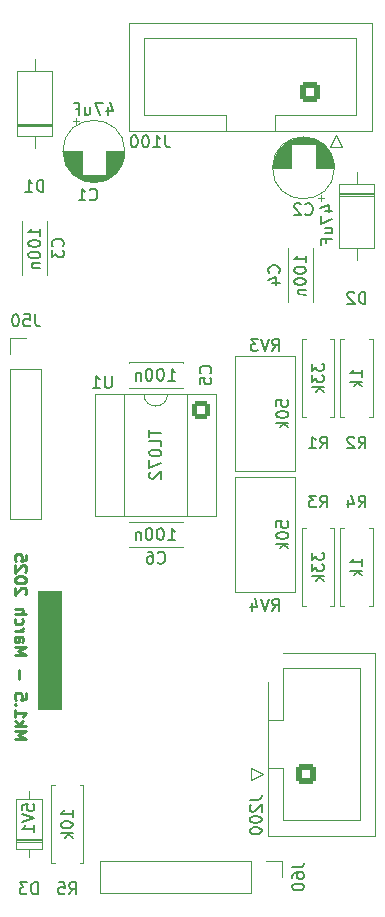
<source format=gbo>
%TF.GenerationSoftware,KiCad,Pcbnew,9.0.0*%
%TF.CreationDate,2025-03-02T11:48:58+01:00*%
%TF.ProjectId,DMH_Multiverter_PCB,444d485f-4d75-46c7-9469-766572746572,1*%
%TF.SameCoordinates,Original*%
%TF.FileFunction,Legend,Bot*%
%TF.FilePolarity,Positive*%
%FSLAX46Y46*%
G04 Gerber Fmt 4.6, Leading zero omitted, Abs format (unit mm)*
G04 Created by KiCad (PCBNEW 9.0.0) date 2025-03-02 11:48:58*
%MOMM*%
%LPD*%
G01*
G04 APERTURE LIST*
G04 Aperture macros list*
%AMRoundRect*
0 Rectangle with rounded corners*
0 $1 Rounding radius*
0 $2 $3 $4 $5 $6 $7 $8 $9 X,Y pos of 4 corners*
0 Add a 4 corners polygon primitive as box body*
4,1,4,$2,$3,$4,$5,$6,$7,$8,$9,$2,$3,0*
0 Add four circle primitives for the rounded corners*
1,1,$1+$1,$2,$3*
1,1,$1+$1,$4,$5*
1,1,$1+$1,$6,$7*
1,1,$1+$1,$8,$9*
0 Add four rect primitives between the rounded corners*
20,1,$1+$1,$2,$3,$4,$5,0*
20,1,$1+$1,$4,$5,$6,$7,0*
20,1,$1+$1,$6,$7,$8,$9,0*
20,1,$1+$1,$8,$9,$2,$3,0*%
G04 Aperture macros list end*
%ADD10C,0.100000*%
%ADD11C,0.250000*%
%ADD12C,0.150000*%
%ADD13C,0.120000*%
%ADD14O,4.000000X4.200000*%
%ADD15C,1.800000*%
%ADD16R,1.800000X1.800000*%
%ADD17R,1.700000X1.700000*%
%ADD18C,1.600000*%
%ADD19O,1.600000X1.600000*%
%ADD20RoundRect,0.250000X0.550000X0.550000X-0.550000X0.550000X-0.550000X-0.550000X0.550000X-0.550000X0*%
%ADD21R,2.200000X2.200000*%
%ADD22O,2.200000X2.200000*%
%ADD23O,1.700000X1.700000*%
%ADD24C,1.440000*%
%ADD25R,1.600000X1.600000*%
%ADD26RoundRect,0.250000X0.600000X-0.600000X0.600000X0.600000X-0.600000X0.600000X-0.600000X-0.600000X0*%
%ADD27C,1.700000*%
%ADD28RoundRect,0.250000X-0.600000X-0.600000X0.600000X-0.600000X0.600000X0.600000X-0.600000X0.600000X0*%
G04 APERTURE END LIST*
D10*
X70000000Y-91250000D02*
X72000000Y-91250000D01*
X72000000Y-101250000D01*
X70000000Y-101250000D01*
X70000000Y-91250000D01*
G36*
X70000000Y-91250000D02*
G01*
X72000000Y-91250000D01*
X72000000Y-101250000D01*
X70000000Y-101250000D01*
X70000000Y-91250000D01*
G37*
D11*
X68050380Y-103809523D02*
X69050380Y-103809523D01*
X69050380Y-103809523D02*
X68336095Y-103476190D01*
X68336095Y-103476190D02*
X69050380Y-103142857D01*
X69050380Y-103142857D02*
X68050380Y-103142857D01*
X68050380Y-102666666D02*
X69050380Y-102666666D01*
X68431333Y-102571428D02*
X68050380Y-102285714D01*
X68717047Y-102285714D02*
X68336095Y-102666666D01*
X68050380Y-101333333D02*
X68050380Y-101904761D01*
X68050380Y-101619047D02*
X69050380Y-101619047D01*
X69050380Y-101619047D02*
X68907523Y-101714285D01*
X68907523Y-101714285D02*
X68812285Y-101809523D01*
X68812285Y-101809523D02*
X68764666Y-101904761D01*
X68145619Y-100904761D02*
X68098000Y-100857142D01*
X68098000Y-100857142D02*
X68050380Y-100904761D01*
X68050380Y-100904761D02*
X68098000Y-100952380D01*
X68098000Y-100952380D02*
X68145619Y-100904761D01*
X68145619Y-100904761D02*
X68050380Y-100904761D01*
X69050380Y-99952381D02*
X69050380Y-100428571D01*
X69050380Y-100428571D02*
X68574190Y-100476190D01*
X68574190Y-100476190D02*
X68621809Y-100428571D01*
X68621809Y-100428571D02*
X68669428Y-100333333D01*
X68669428Y-100333333D02*
X68669428Y-100095238D01*
X68669428Y-100095238D02*
X68621809Y-100000000D01*
X68621809Y-100000000D02*
X68574190Y-99952381D01*
X68574190Y-99952381D02*
X68478952Y-99904762D01*
X68478952Y-99904762D02*
X68240857Y-99904762D01*
X68240857Y-99904762D02*
X68145619Y-99952381D01*
X68145619Y-99952381D02*
X68098000Y-100000000D01*
X68098000Y-100000000D02*
X68050380Y-100095238D01*
X68050380Y-100095238D02*
X68050380Y-100333333D01*
X68050380Y-100333333D02*
X68098000Y-100428571D01*
X68098000Y-100428571D02*
X68145619Y-100476190D01*
X68431333Y-98714285D02*
X68431333Y-97952381D01*
X68050380Y-96714285D02*
X69050380Y-96714285D01*
X69050380Y-96714285D02*
X68336095Y-96380952D01*
X68336095Y-96380952D02*
X69050380Y-96047619D01*
X69050380Y-96047619D02*
X68050380Y-96047619D01*
X68050380Y-95142857D02*
X68574190Y-95142857D01*
X68574190Y-95142857D02*
X68669428Y-95190476D01*
X68669428Y-95190476D02*
X68717047Y-95285714D01*
X68717047Y-95285714D02*
X68717047Y-95476190D01*
X68717047Y-95476190D02*
X68669428Y-95571428D01*
X68098000Y-95142857D02*
X68050380Y-95238095D01*
X68050380Y-95238095D02*
X68050380Y-95476190D01*
X68050380Y-95476190D02*
X68098000Y-95571428D01*
X68098000Y-95571428D02*
X68193238Y-95619047D01*
X68193238Y-95619047D02*
X68288476Y-95619047D01*
X68288476Y-95619047D02*
X68383714Y-95571428D01*
X68383714Y-95571428D02*
X68431333Y-95476190D01*
X68431333Y-95476190D02*
X68431333Y-95238095D01*
X68431333Y-95238095D02*
X68478952Y-95142857D01*
X68050380Y-94666666D02*
X68717047Y-94666666D01*
X68526571Y-94666666D02*
X68621809Y-94619047D01*
X68621809Y-94619047D02*
X68669428Y-94571428D01*
X68669428Y-94571428D02*
X68717047Y-94476190D01*
X68717047Y-94476190D02*
X68717047Y-94380952D01*
X68098000Y-93619047D02*
X68050380Y-93714285D01*
X68050380Y-93714285D02*
X68050380Y-93904761D01*
X68050380Y-93904761D02*
X68098000Y-93999999D01*
X68098000Y-93999999D02*
X68145619Y-94047618D01*
X68145619Y-94047618D02*
X68240857Y-94095237D01*
X68240857Y-94095237D02*
X68526571Y-94095237D01*
X68526571Y-94095237D02*
X68621809Y-94047618D01*
X68621809Y-94047618D02*
X68669428Y-93999999D01*
X68669428Y-93999999D02*
X68717047Y-93904761D01*
X68717047Y-93904761D02*
X68717047Y-93714285D01*
X68717047Y-93714285D02*
X68669428Y-93619047D01*
X68050380Y-93190475D02*
X69050380Y-93190475D01*
X68050380Y-92761904D02*
X68574190Y-92761904D01*
X68574190Y-92761904D02*
X68669428Y-92809523D01*
X68669428Y-92809523D02*
X68717047Y-92904761D01*
X68717047Y-92904761D02*
X68717047Y-93047618D01*
X68717047Y-93047618D02*
X68669428Y-93142856D01*
X68669428Y-93142856D02*
X68621809Y-93190475D01*
X68955142Y-91571427D02*
X69002761Y-91523808D01*
X69002761Y-91523808D02*
X69050380Y-91428570D01*
X69050380Y-91428570D02*
X69050380Y-91190475D01*
X69050380Y-91190475D02*
X69002761Y-91095237D01*
X69002761Y-91095237D02*
X68955142Y-91047618D01*
X68955142Y-91047618D02*
X68859904Y-90999999D01*
X68859904Y-90999999D02*
X68764666Y-90999999D01*
X68764666Y-90999999D02*
X68621809Y-91047618D01*
X68621809Y-91047618D02*
X68050380Y-91619046D01*
X68050380Y-91619046D02*
X68050380Y-90999999D01*
X69050380Y-90380951D02*
X69050380Y-90285713D01*
X69050380Y-90285713D02*
X69002761Y-90190475D01*
X69002761Y-90190475D02*
X68955142Y-90142856D01*
X68955142Y-90142856D02*
X68859904Y-90095237D01*
X68859904Y-90095237D02*
X68669428Y-90047618D01*
X68669428Y-90047618D02*
X68431333Y-90047618D01*
X68431333Y-90047618D02*
X68240857Y-90095237D01*
X68240857Y-90095237D02*
X68145619Y-90142856D01*
X68145619Y-90142856D02*
X68098000Y-90190475D01*
X68098000Y-90190475D02*
X68050380Y-90285713D01*
X68050380Y-90285713D02*
X68050380Y-90380951D01*
X68050380Y-90380951D02*
X68098000Y-90476189D01*
X68098000Y-90476189D02*
X68145619Y-90523808D01*
X68145619Y-90523808D02*
X68240857Y-90571427D01*
X68240857Y-90571427D02*
X68431333Y-90619046D01*
X68431333Y-90619046D02*
X68669428Y-90619046D01*
X68669428Y-90619046D02*
X68859904Y-90571427D01*
X68859904Y-90571427D02*
X68955142Y-90523808D01*
X68955142Y-90523808D02*
X69002761Y-90476189D01*
X69002761Y-90476189D02*
X69050380Y-90380951D01*
X68955142Y-89666665D02*
X69002761Y-89619046D01*
X69002761Y-89619046D02*
X69050380Y-89523808D01*
X69050380Y-89523808D02*
X69050380Y-89285713D01*
X69050380Y-89285713D02*
X69002761Y-89190475D01*
X69002761Y-89190475D02*
X68955142Y-89142856D01*
X68955142Y-89142856D02*
X68859904Y-89095237D01*
X68859904Y-89095237D02*
X68764666Y-89095237D01*
X68764666Y-89095237D02*
X68621809Y-89142856D01*
X68621809Y-89142856D02*
X68050380Y-89714284D01*
X68050380Y-89714284D02*
X68050380Y-89095237D01*
X69050380Y-88190475D02*
X69050380Y-88666665D01*
X69050380Y-88666665D02*
X68574190Y-88714284D01*
X68574190Y-88714284D02*
X68621809Y-88666665D01*
X68621809Y-88666665D02*
X68669428Y-88571427D01*
X68669428Y-88571427D02*
X68669428Y-88333332D01*
X68669428Y-88333332D02*
X68621809Y-88238094D01*
X68621809Y-88238094D02*
X68574190Y-88190475D01*
X68574190Y-88190475D02*
X68478952Y-88142856D01*
X68478952Y-88142856D02*
X68240857Y-88142856D01*
X68240857Y-88142856D02*
X68145619Y-88190475D01*
X68145619Y-88190475D02*
X68098000Y-88238094D01*
X68098000Y-88238094D02*
X68050380Y-88333332D01*
X68050380Y-88333332D02*
X68050380Y-88571427D01*
X68050380Y-88571427D02*
X68098000Y-88666665D01*
X68098000Y-88666665D02*
X68145619Y-88714284D01*
D12*
X72666666Y-116954819D02*
X72999999Y-116478628D01*
X73238094Y-116954819D02*
X73238094Y-115954819D01*
X73238094Y-115954819D02*
X72857142Y-115954819D01*
X72857142Y-115954819D02*
X72761904Y-116002438D01*
X72761904Y-116002438D02*
X72714285Y-116050057D01*
X72714285Y-116050057D02*
X72666666Y-116145295D01*
X72666666Y-116145295D02*
X72666666Y-116288152D01*
X72666666Y-116288152D02*
X72714285Y-116383390D01*
X72714285Y-116383390D02*
X72761904Y-116431009D01*
X72761904Y-116431009D02*
X72857142Y-116478628D01*
X72857142Y-116478628D02*
X73238094Y-116478628D01*
X71761904Y-115954819D02*
X72238094Y-115954819D01*
X72238094Y-115954819D02*
X72285713Y-116431009D01*
X72285713Y-116431009D02*
X72238094Y-116383390D01*
X72238094Y-116383390D02*
X72142856Y-116335771D01*
X72142856Y-116335771D02*
X71904761Y-116335771D01*
X71904761Y-116335771D02*
X71809523Y-116383390D01*
X71809523Y-116383390D02*
X71761904Y-116431009D01*
X71761904Y-116431009D02*
X71714285Y-116526247D01*
X71714285Y-116526247D02*
X71714285Y-116764342D01*
X71714285Y-116764342D02*
X71761904Y-116859580D01*
X71761904Y-116859580D02*
X71809523Y-116907200D01*
X71809523Y-116907200D02*
X71904761Y-116954819D01*
X71904761Y-116954819D02*
X72142856Y-116954819D01*
X72142856Y-116954819D02*
X72238094Y-116907200D01*
X72238094Y-116907200D02*
X72285713Y-116859580D01*
X72954819Y-110404761D02*
X72954819Y-109833333D01*
X72954819Y-110119047D02*
X71954819Y-110119047D01*
X71954819Y-110119047D02*
X72097676Y-110023809D01*
X72097676Y-110023809D02*
X72192914Y-109928571D01*
X72192914Y-109928571D02*
X72240533Y-109833333D01*
X71954819Y-111023809D02*
X71954819Y-111119047D01*
X71954819Y-111119047D02*
X72002438Y-111214285D01*
X72002438Y-111214285D02*
X72050057Y-111261904D01*
X72050057Y-111261904D02*
X72145295Y-111309523D01*
X72145295Y-111309523D02*
X72335771Y-111357142D01*
X72335771Y-111357142D02*
X72573866Y-111357142D01*
X72573866Y-111357142D02*
X72764342Y-111309523D01*
X72764342Y-111309523D02*
X72859580Y-111261904D01*
X72859580Y-111261904D02*
X72907200Y-111214285D01*
X72907200Y-111214285D02*
X72954819Y-111119047D01*
X72954819Y-111119047D02*
X72954819Y-111023809D01*
X72954819Y-111023809D02*
X72907200Y-110928571D01*
X72907200Y-110928571D02*
X72859580Y-110880952D01*
X72859580Y-110880952D02*
X72764342Y-110833333D01*
X72764342Y-110833333D02*
X72573866Y-110785714D01*
X72573866Y-110785714D02*
X72335771Y-110785714D01*
X72335771Y-110785714D02*
X72145295Y-110833333D01*
X72145295Y-110833333D02*
X72050057Y-110880952D01*
X72050057Y-110880952D02*
X72002438Y-110928571D01*
X72002438Y-110928571D02*
X71954819Y-111023809D01*
X72954819Y-111785714D02*
X71954819Y-111785714D01*
X72573866Y-111880952D02*
X72954819Y-112166666D01*
X72288152Y-112166666D02*
X72669104Y-111785714D01*
X80166666Y-88859580D02*
X80214285Y-88907200D01*
X80214285Y-88907200D02*
X80357142Y-88954819D01*
X80357142Y-88954819D02*
X80452380Y-88954819D01*
X80452380Y-88954819D02*
X80595237Y-88907200D01*
X80595237Y-88907200D02*
X80690475Y-88811961D01*
X80690475Y-88811961D02*
X80738094Y-88716723D01*
X80738094Y-88716723D02*
X80785713Y-88526247D01*
X80785713Y-88526247D02*
X80785713Y-88383390D01*
X80785713Y-88383390D02*
X80738094Y-88192914D01*
X80738094Y-88192914D02*
X80690475Y-88097676D01*
X80690475Y-88097676D02*
X80595237Y-88002438D01*
X80595237Y-88002438D02*
X80452380Y-87954819D01*
X80452380Y-87954819D02*
X80357142Y-87954819D01*
X80357142Y-87954819D02*
X80214285Y-88002438D01*
X80214285Y-88002438D02*
X80166666Y-88050057D01*
X79309523Y-87954819D02*
X79499999Y-87954819D01*
X79499999Y-87954819D02*
X79595237Y-88002438D01*
X79595237Y-88002438D02*
X79642856Y-88050057D01*
X79642856Y-88050057D02*
X79738094Y-88192914D01*
X79738094Y-88192914D02*
X79785713Y-88383390D01*
X79785713Y-88383390D02*
X79785713Y-88764342D01*
X79785713Y-88764342D02*
X79738094Y-88859580D01*
X79738094Y-88859580D02*
X79690475Y-88907200D01*
X79690475Y-88907200D02*
X79595237Y-88954819D01*
X79595237Y-88954819D02*
X79404761Y-88954819D01*
X79404761Y-88954819D02*
X79309523Y-88907200D01*
X79309523Y-88907200D02*
X79261904Y-88859580D01*
X79261904Y-88859580D02*
X79214285Y-88764342D01*
X79214285Y-88764342D02*
X79214285Y-88526247D01*
X79214285Y-88526247D02*
X79261904Y-88431009D01*
X79261904Y-88431009D02*
X79309523Y-88383390D01*
X79309523Y-88383390D02*
X79404761Y-88335771D01*
X79404761Y-88335771D02*
X79595237Y-88335771D01*
X79595237Y-88335771D02*
X79690475Y-88383390D01*
X79690475Y-88383390D02*
X79738094Y-88431009D01*
X79738094Y-88431009D02*
X79785713Y-88526247D01*
X81047619Y-86954819D02*
X81619047Y-86954819D01*
X81333333Y-86954819D02*
X81333333Y-85954819D01*
X81333333Y-85954819D02*
X81428571Y-86097676D01*
X81428571Y-86097676D02*
X81523809Y-86192914D01*
X81523809Y-86192914D02*
X81619047Y-86240533D01*
X80428571Y-85954819D02*
X80333333Y-85954819D01*
X80333333Y-85954819D02*
X80238095Y-86002438D01*
X80238095Y-86002438D02*
X80190476Y-86050057D01*
X80190476Y-86050057D02*
X80142857Y-86145295D01*
X80142857Y-86145295D02*
X80095238Y-86335771D01*
X80095238Y-86335771D02*
X80095238Y-86573866D01*
X80095238Y-86573866D02*
X80142857Y-86764342D01*
X80142857Y-86764342D02*
X80190476Y-86859580D01*
X80190476Y-86859580D02*
X80238095Y-86907200D01*
X80238095Y-86907200D02*
X80333333Y-86954819D01*
X80333333Y-86954819D02*
X80428571Y-86954819D01*
X80428571Y-86954819D02*
X80523809Y-86907200D01*
X80523809Y-86907200D02*
X80571428Y-86859580D01*
X80571428Y-86859580D02*
X80619047Y-86764342D01*
X80619047Y-86764342D02*
X80666666Y-86573866D01*
X80666666Y-86573866D02*
X80666666Y-86335771D01*
X80666666Y-86335771D02*
X80619047Y-86145295D01*
X80619047Y-86145295D02*
X80571428Y-86050057D01*
X80571428Y-86050057D02*
X80523809Y-86002438D01*
X80523809Y-86002438D02*
X80428571Y-85954819D01*
X79476190Y-85954819D02*
X79380952Y-85954819D01*
X79380952Y-85954819D02*
X79285714Y-86002438D01*
X79285714Y-86002438D02*
X79238095Y-86050057D01*
X79238095Y-86050057D02*
X79190476Y-86145295D01*
X79190476Y-86145295D02*
X79142857Y-86335771D01*
X79142857Y-86335771D02*
X79142857Y-86573866D01*
X79142857Y-86573866D02*
X79190476Y-86764342D01*
X79190476Y-86764342D02*
X79238095Y-86859580D01*
X79238095Y-86859580D02*
X79285714Y-86907200D01*
X79285714Y-86907200D02*
X79380952Y-86954819D01*
X79380952Y-86954819D02*
X79476190Y-86954819D01*
X79476190Y-86954819D02*
X79571428Y-86907200D01*
X79571428Y-86907200D02*
X79619047Y-86859580D01*
X79619047Y-86859580D02*
X79666666Y-86764342D01*
X79666666Y-86764342D02*
X79714285Y-86573866D01*
X79714285Y-86573866D02*
X79714285Y-86335771D01*
X79714285Y-86335771D02*
X79666666Y-86145295D01*
X79666666Y-86145295D02*
X79619047Y-86050057D01*
X79619047Y-86050057D02*
X79571428Y-86002438D01*
X79571428Y-86002438D02*
X79476190Y-85954819D01*
X78714285Y-86288152D02*
X78714285Y-86954819D01*
X78714285Y-86383390D02*
X78666666Y-86335771D01*
X78666666Y-86335771D02*
X78571428Y-86288152D01*
X78571428Y-86288152D02*
X78428571Y-86288152D01*
X78428571Y-86288152D02*
X78333333Y-86335771D01*
X78333333Y-86335771D02*
X78285714Y-86431009D01*
X78285714Y-86431009D02*
X78285714Y-86954819D01*
X77476190Y-86431009D02*
X77809523Y-86431009D01*
X77809523Y-86954819D02*
X77809523Y-85954819D01*
X77809523Y-85954819D02*
X77333333Y-85954819D01*
X76261904Y-73074819D02*
X76261904Y-73884342D01*
X76261904Y-73884342D02*
X76214285Y-73979580D01*
X76214285Y-73979580D02*
X76166666Y-74027200D01*
X76166666Y-74027200D02*
X76071428Y-74074819D01*
X76071428Y-74074819D02*
X75880952Y-74074819D01*
X75880952Y-74074819D02*
X75785714Y-74027200D01*
X75785714Y-74027200D02*
X75738095Y-73979580D01*
X75738095Y-73979580D02*
X75690476Y-73884342D01*
X75690476Y-73884342D02*
X75690476Y-73074819D01*
X74690476Y-74074819D02*
X75261904Y-74074819D01*
X74976190Y-74074819D02*
X74976190Y-73074819D01*
X74976190Y-73074819D02*
X75071428Y-73217676D01*
X75071428Y-73217676D02*
X75166666Y-73312914D01*
X75166666Y-73312914D02*
X75261904Y-73360533D01*
X79444819Y-77630952D02*
X79444819Y-78202380D01*
X80444819Y-77916666D02*
X79444819Y-77916666D01*
X80444819Y-79011904D02*
X80444819Y-78535714D01*
X80444819Y-78535714D02*
X79444819Y-78535714D01*
X79444819Y-79535714D02*
X79444819Y-79630952D01*
X79444819Y-79630952D02*
X79492438Y-79726190D01*
X79492438Y-79726190D02*
X79540057Y-79773809D01*
X79540057Y-79773809D02*
X79635295Y-79821428D01*
X79635295Y-79821428D02*
X79825771Y-79869047D01*
X79825771Y-79869047D02*
X80063866Y-79869047D01*
X80063866Y-79869047D02*
X80254342Y-79821428D01*
X80254342Y-79821428D02*
X80349580Y-79773809D01*
X80349580Y-79773809D02*
X80397200Y-79726190D01*
X80397200Y-79726190D02*
X80444819Y-79630952D01*
X80444819Y-79630952D02*
X80444819Y-79535714D01*
X80444819Y-79535714D02*
X80397200Y-79440476D01*
X80397200Y-79440476D02*
X80349580Y-79392857D01*
X80349580Y-79392857D02*
X80254342Y-79345238D01*
X80254342Y-79345238D02*
X80063866Y-79297619D01*
X80063866Y-79297619D02*
X79825771Y-79297619D01*
X79825771Y-79297619D02*
X79635295Y-79345238D01*
X79635295Y-79345238D02*
X79540057Y-79392857D01*
X79540057Y-79392857D02*
X79492438Y-79440476D01*
X79492438Y-79440476D02*
X79444819Y-79535714D01*
X79444819Y-80202381D02*
X79444819Y-80869047D01*
X79444819Y-80869047D02*
X80444819Y-80440476D01*
X79540057Y-81202381D02*
X79492438Y-81250000D01*
X79492438Y-81250000D02*
X79444819Y-81345238D01*
X79444819Y-81345238D02*
X79444819Y-81583333D01*
X79444819Y-81583333D02*
X79492438Y-81678571D01*
X79492438Y-81678571D02*
X79540057Y-81726190D01*
X79540057Y-81726190D02*
X79635295Y-81773809D01*
X79635295Y-81773809D02*
X79730533Y-81773809D01*
X79730533Y-81773809D02*
X79873390Y-81726190D01*
X79873390Y-81726190D02*
X80444819Y-81154762D01*
X80444819Y-81154762D02*
X80444819Y-81773809D01*
X90409580Y-64333333D02*
X90457200Y-64285714D01*
X90457200Y-64285714D02*
X90504819Y-64142857D01*
X90504819Y-64142857D02*
X90504819Y-64047619D01*
X90504819Y-64047619D02*
X90457200Y-63904762D01*
X90457200Y-63904762D02*
X90361961Y-63809524D01*
X90361961Y-63809524D02*
X90266723Y-63761905D01*
X90266723Y-63761905D02*
X90076247Y-63714286D01*
X90076247Y-63714286D02*
X89933390Y-63714286D01*
X89933390Y-63714286D02*
X89742914Y-63761905D01*
X89742914Y-63761905D02*
X89647676Y-63809524D01*
X89647676Y-63809524D02*
X89552438Y-63904762D01*
X89552438Y-63904762D02*
X89504819Y-64047619D01*
X89504819Y-64047619D02*
X89504819Y-64142857D01*
X89504819Y-64142857D02*
X89552438Y-64285714D01*
X89552438Y-64285714D02*
X89600057Y-64333333D01*
X89838152Y-65190476D02*
X90504819Y-65190476D01*
X89457200Y-64952381D02*
X90171485Y-64714286D01*
X90171485Y-64714286D02*
X90171485Y-65333333D01*
X92704819Y-63452380D02*
X92704819Y-62880952D01*
X92704819Y-63166666D02*
X91704819Y-63166666D01*
X91704819Y-63166666D02*
X91847676Y-63071428D01*
X91847676Y-63071428D02*
X91942914Y-62976190D01*
X91942914Y-62976190D02*
X91990533Y-62880952D01*
X91704819Y-64071428D02*
X91704819Y-64166666D01*
X91704819Y-64166666D02*
X91752438Y-64261904D01*
X91752438Y-64261904D02*
X91800057Y-64309523D01*
X91800057Y-64309523D02*
X91895295Y-64357142D01*
X91895295Y-64357142D02*
X92085771Y-64404761D01*
X92085771Y-64404761D02*
X92323866Y-64404761D01*
X92323866Y-64404761D02*
X92514342Y-64357142D01*
X92514342Y-64357142D02*
X92609580Y-64309523D01*
X92609580Y-64309523D02*
X92657200Y-64261904D01*
X92657200Y-64261904D02*
X92704819Y-64166666D01*
X92704819Y-64166666D02*
X92704819Y-64071428D01*
X92704819Y-64071428D02*
X92657200Y-63976190D01*
X92657200Y-63976190D02*
X92609580Y-63928571D01*
X92609580Y-63928571D02*
X92514342Y-63880952D01*
X92514342Y-63880952D02*
X92323866Y-63833333D01*
X92323866Y-63833333D02*
X92085771Y-63833333D01*
X92085771Y-63833333D02*
X91895295Y-63880952D01*
X91895295Y-63880952D02*
X91800057Y-63928571D01*
X91800057Y-63928571D02*
X91752438Y-63976190D01*
X91752438Y-63976190D02*
X91704819Y-64071428D01*
X91704819Y-65023809D02*
X91704819Y-65119047D01*
X91704819Y-65119047D02*
X91752438Y-65214285D01*
X91752438Y-65214285D02*
X91800057Y-65261904D01*
X91800057Y-65261904D02*
X91895295Y-65309523D01*
X91895295Y-65309523D02*
X92085771Y-65357142D01*
X92085771Y-65357142D02*
X92323866Y-65357142D01*
X92323866Y-65357142D02*
X92514342Y-65309523D01*
X92514342Y-65309523D02*
X92609580Y-65261904D01*
X92609580Y-65261904D02*
X92657200Y-65214285D01*
X92657200Y-65214285D02*
X92704819Y-65119047D01*
X92704819Y-65119047D02*
X92704819Y-65023809D01*
X92704819Y-65023809D02*
X92657200Y-64928571D01*
X92657200Y-64928571D02*
X92609580Y-64880952D01*
X92609580Y-64880952D02*
X92514342Y-64833333D01*
X92514342Y-64833333D02*
X92323866Y-64785714D01*
X92323866Y-64785714D02*
X92085771Y-64785714D01*
X92085771Y-64785714D02*
X91895295Y-64833333D01*
X91895295Y-64833333D02*
X91800057Y-64880952D01*
X91800057Y-64880952D02*
X91752438Y-64928571D01*
X91752438Y-64928571D02*
X91704819Y-65023809D01*
X92038152Y-65785714D02*
X92704819Y-65785714D01*
X92133390Y-65785714D02*
X92085771Y-65833333D01*
X92085771Y-65833333D02*
X92038152Y-65928571D01*
X92038152Y-65928571D02*
X92038152Y-66071428D01*
X92038152Y-66071428D02*
X92085771Y-66166666D01*
X92085771Y-66166666D02*
X92181009Y-66214285D01*
X92181009Y-66214285D02*
X92704819Y-66214285D01*
X92181009Y-67023809D02*
X92181009Y-66690476D01*
X92704819Y-66690476D02*
X91704819Y-66690476D01*
X91704819Y-66690476D02*
X91704819Y-67166666D01*
X97166666Y-79204819D02*
X97499999Y-78728628D01*
X97738094Y-79204819D02*
X97738094Y-78204819D01*
X97738094Y-78204819D02*
X97357142Y-78204819D01*
X97357142Y-78204819D02*
X97261904Y-78252438D01*
X97261904Y-78252438D02*
X97214285Y-78300057D01*
X97214285Y-78300057D02*
X97166666Y-78395295D01*
X97166666Y-78395295D02*
X97166666Y-78538152D01*
X97166666Y-78538152D02*
X97214285Y-78633390D01*
X97214285Y-78633390D02*
X97261904Y-78681009D01*
X97261904Y-78681009D02*
X97357142Y-78728628D01*
X97357142Y-78728628D02*
X97738094Y-78728628D01*
X96785713Y-78300057D02*
X96738094Y-78252438D01*
X96738094Y-78252438D02*
X96642856Y-78204819D01*
X96642856Y-78204819D02*
X96404761Y-78204819D01*
X96404761Y-78204819D02*
X96309523Y-78252438D01*
X96309523Y-78252438D02*
X96261904Y-78300057D01*
X96261904Y-78300057D02*
X96214285Y-78395295D01*
X96214285Y-78395295D02*
X96214285Y-78490533D01*
X96214285Y-78490533D02*
X96261904Y-78633390D01*
X96261904Y-78633390D02*
X96833332Y-79204819D01*
X96833332Y-79204819D02*
X96214285Y-79204819D01*
X97454819Y-73130952D02*
X97454819Y-72559524D01*
X97454819Y-72845238D02*
X96454819Y-72845238D01*
X96454819Y-72845238D02*
X96597676Y-72750000D01*
X96597676Y-72750000D02*
X96692914Y-72654762D01*
X96692914Y-72654762D02*
X96740533Y-72559524D01*
X97454819Y-73559524D02*
X96454819Y-73559524D01*
X97073866Y-73654762D02*
X97454819Y-73940476D01*
X96788152Y-73940476D02*
X97169104Y-73559524D01*
X97738094Y-66954819D02*
X97738094Y-65954819D01*
X97738094Y-65954819D02*
X97499999Y-65954819D01*
X97499999Y-65954819D02*
X97357142Y-66002438D01*
X97357142Y-66002438D02*
X97261904Y-66097676D01*
X97261904Y-66097676D02*
X97214285Y-66192914D01*
X97214285Y-66192914D02*
X97166666Y-66383390D01*
X97166666Y-66383390D02*
X97166666Y-66526247D01*
X97166666Y-66526247D02*
X97214285Y-66716723D01*
X97214285Y-66716723D02*
X97261904Y-66811961D01*
X97261904Y-66811961D02*
X97357142Y-66907200D01*
X97357142Y-66907200D02*
X97499999Y-66954819D01*
X97499999Y-66954819D02*
X97738094Y-66954819D01*
X96785713Y-66050057D02*
X96738094Y-66002438D01*
X96738094Y-66002438D02*
X96642856Y-65954819D01*
X96642856Y-65954819D02*
X96404761Y-65954819D01*
X96404761Y-65954819D02*
X96309523Y-66002438D01*
X96309523Y-66002438D02*
X96261904Y-66050057D01*
X96261904Y-66050057D02*
X96214285Y-66145295D01*
X96214285Y-66145295D02*
X96214285Y-66240533D01*
X96214285Y-66240533D02*
X96261904Y-66383390D01*
X96261904Y-66383390D02*
X96833332Y-66954819D01*
X96833332Y-66954819D02*
X96214285Y-66954819D01*
X91549819Y-114665476D02*
X92264104Y-114665476D01*
X92264104Y-114665476D02*
X92406961Y-114617857D01*
X92406961Y-114617857D02*
X92502200Y-114522619D01*
X92502200Y-114522619D02*
X92549819Y-114379762D01*
X92549819Y-114379762D02*
X92549819Y-114284524D01*
X91549819Y-115570238D02*
X91549819Y-115379762D01*
X91549819Y-115379762D02*
X91597438Y-115284524D01*
X91597438Y-115284524D02*
X91645057Y-115236905D01*
X91645057Y-115236905D02*
X91787914Y-115141667D01*
X91787914Y-115141667D02*
X91978390Y-115094048D01*
X91978390Y-115094048D02*
X92359342Y-115094048D01*
X92359342Y-115094048D02*
X92454580Y-115141667D01*
X92454580Y-115141667D02*
X92502200Y-115189286D01*
X92502200Y-115189286D02*
X92549819Y-115284524D01*
X92549819Y-115284524D02*
X92549819Y-115475000D01*
X92549819Y-115475000D02*
X92502200Y-115570238D01*
X92502200Y-115570238D02*
X92454580Y-115617857D01*
X92454580Y-115617857D02*
X92359342Y-115665476D01*
X92359342Y-115665476D02*
X92121247Y-115665476D01*
X92121247Y-115665476D02*
X92026009Y-115617857D01*
X92026009Y-115617857D02*
X91978390Y-115570238D01*
X91978390Y-115570238D02*
X91930771Y-115475000D01*
X91930771Y-115475000D02*
X91930771Y-115284524D01*
X91930771Y-115284524D02*
X91978390Y-115189286D01*
X91978390Y-115189286D02*
X92026009Y-115141667D01*
X92026009Y-115141667D02*
X92121247Y-115094048D01*
X91549819Y-116284524D02*
X91549819Y-116379762D01*
X91549819Y-116379762D02*
X91597438Y-116475000D01*
X91597438Y-116475000D02*
X91645057Y-116522619D01*
X91645057Y-116522619D02*
X91740295Y-116570238D01*
X91740295Y-116570238D02*
X91930771Y-116617857D01*
X91930771Y-116617857D02*
X92168866Y-116617857D01*
X92168866Y-116617857D02*
X92359342Y-116570238D01*
X92359342Y-116570238D02*
X92454580Y-116522619D01*
X92454580Y-116522619D02*
X92502200Y-116475000D01*
X92502200Y-116475000D02*
X92549819Y-116379762D01*
X92549819Y-116379762D02*
X92549819Y-116284524D01*
X92549819Y-116284524D02*
X92502200Y-116189286D01*
X92502200Y-116189286D02*
X92454580Y-116141667D01*
X92454580Y-116141667D02*
X92359342Y-116094048D01*
X92359342Y-116094048D02*
X92168866Y-116046429D01*
X92168866Y-116046429D02*
X91930771Y-116046429D01*
X91930771Y-116046429D02*
X91740295Y-116094048D01*
X91740295Y-116094048D02*
X91645057Y-116141667D01*
X91645057Y-116141667D02*
X91597438Y-116189286D01*
X91597438Y-116189286D02*
X91549819Y-116284524D01*
X89845238Y-70954819D02*
X90178571Y-70478628D01*
X90416666Y-70954819D02*
X90416666Y-69954819D01*
X90416666Y-69954819D02*
X90035714Y-69954819D01*
X90035714Y-69954819D02*
X89940476Y-70002438D01*
X89940476Y-70002438D02*
X89892857Y-70050057D01*
X89892857Y-70050057D02*
X89845238Y-70145295D01*
X89845238Y-70145295D02*
X89845238Y-70288152D01*
X89845238Y-70288152D02*
X89892857Y-70383390D01*
X89892857Y-70383390D02*
X89940476Y-70431009D01*
X89940476Y-70431009D02*
X90035714Y-70478628D01*
X90035714Y-70478628D02*
X90416666Y-70478628D01*
X89559523Y-69954819D02*
X89226190Y-70954819D01*
X89226190Y-70954819D02*
X88892857Y-69954819D01*
X88654761Y-69954819D02*
X88035714Y-69954819D01*
X88035714Y-69954819D02*
X88369047Y-70335771D01*
X88369047Y-70335771D02*
X88226190Y-70335771D01*
X88226190Y-70335771D02*
X88130952Y-70383390D01*
X88130952Y-70383390D02*
X88083333Y-70431009D01*
X88083333Y-70431009D02*
X88035714Y-70526247D01*
X88035714Y-70526247D02*
X88035714Y-70764342D01*
X88035714Y-70764342D02*
X88083333Y-70859580D01*
X88083333Y-70859580D02*
X88130952Y-70907200D01*
X88130952Y-70907200D02*
X88226190Y-70954819D01*
X88226190Y-70954819D02*
X88511904Y-70954819D01*
X88511904Y-70954819D02*
X88607142Y-70907200D01*
X88607142Y-70907200D02*
X88654761Y-70859580D01*
X90204819Y-75617142D02*
X90204819Y-75140952D01*
X90204819Y-75140952D02*
X90681009Y-75093333D01*
X90681009Y-75093333D02*
X90633390Y-75140952D01*
X90633390Y-75140952D02*
X90585771Y-75236190D01*
X90585771Y-75236190D02*
X90585771Y-75474285D01*
X90585771Y-75474285D02*
X90633390Y-75569523D01*
X90633390Y-75569523D02*
X90681009Y-75617142D01*
X90681009Y-75617142D02*
X90776247Y-75664761D01*
X90776247Y-75664761D02*
X91014342Y-75664761D01*
X91014342Y-75664761D02*
X91109580Y-75617142D01*
X91109580Y-75617142D02*
X91157200Y-75569523D01*
X91157200Y-75569523D02*
X91204819Y-75474285D01*
X91204819Y-75474285D02*
X91204819Y-75236190D01*
X91204819Y-75236190D02*
X91157200Y-75140952D01*
X91157200Y-75140952D02*
X91109580Y-75093333D01*
X90204819Y-76283809D02*
X90204819Y-76379047D01*
X90204819Y-76379047D02*
X90252438Y-76474285D01*
X90252438Y-76474285D02*
X90300057Y-76521904D01*
X90300057Y-76521904D02*
X90395295Y-76569523D01*
X90395295Y-76569523D02*
X90585771Y-76617142D01*
X90585771Y-76617142D02*
X90823866Y-76617142D01*
X90823866Y-76617142D02*
X91014342Y-76569523D01*
X91014342Y-76569523D02*
X91109580Y-76521904D01*
X91109580Y-76521904D02*
X91157200Y-76474285D01*
X91157200Y-76474285D02*
X91204819Y-76379047D01*
X91204819Y-76379047D02*
X91204819Y-76283809D01*
X91204819Y-76283809D02*
X91157200Y-76188571D01*
X91157200Y-76188571D02*
X91109580Y-76140952D01*
X91109580Y-76140952D02*
X91014342Y-76093333D01*
X91014342Y-76093333D02*
X90823866Y-76045714D01*
X90823866Y-76045714D02*
X90585771Y-76045714D01*
X90585771Y-76045714D02*
X90395295Y-76093333D01*
X90395295Y-76093333D02*
X90300057Y-76140952D01*
X90300057Y-76140952D02*
X90252438Y-76188571D01*
X90252438Y-76188571D02*
X90204819Y-76283809D01*
X91204819Y-77045714D02*
X90204819Y-77045714D01*
X90823866Y-77140952D02*
X91204819Y-77426666D01*
X90538152Y-77426666D02*
X90919104Y-77045714D01*
X93916666Y-79204819D02*
X94249999Y-78728628D01*
X94488094Y-79204819D02*
X94488094Y-78204819D01*
X94488094Y-78204819D02*
X94107142Y-78204819D01*
X94107142Y-78204819D02*
X94011904Y-78252438D01*
X94011904Y-78252438D02*
X93964285Y-78300057D01*
X93964285Y-78300057D02*
X93916666Y-78395295D01*
X93916666Y-78395295D02*
X93916666Y-78538152D01*
X93916666Y-78538152D02*
X93964285Y-78633390D01*
X93964285Y-78633390D02*
X94011904Y-78681009D01*
X94011904Y-78681009D02*
X94107142Y-78728628D01*
X94107142Y-78728628D02*
X94488094Y-78728628D01*
X92964285Y-79204819D02*
X93535713Y-79204819D01*
X93249999Y-79204819D02*
X93249999Y-78204819D01*
X93249999Y-78204819D02*
X93345237Y-78347676D01*
X93345237Y-78347676D02*
X93440475Y-78442914D01*
X93440475Y-78442914D02*
X93535713Y-78490533D01*
X93204819Y-72035714D02*
X93204819Y-72654761D01*
X93204819Y-72654761D02*
X93585771Y-72321428D01*
X93585771Y-72321428D02*
X93585771Y-72464285D01*
X93585771Y-72464285D02*
X93633390Y-72559523D01*
X93633390Y-72559523D02*
X93681009Y-72607142D01*
X93681009Y-72607142D02*
X93776247Y-72654761D01*
X93776247Y-72654761D02*
X94014342Y-72654761D01*
X94014342Y-72654761D02*
X94109580Y-72607142D01*
X94109580Y-72607142D02*
X94157200Y-72559523D01*
X94157200Y-72559523D02*
X94204819Y-72464285D01*
X94204819Y-72464285D02*
X94204819Y-72178571D01*
X94204819Y-72178571D02*
X94157200Y-72083333D01*
X94157200Y-72083333D02*
X94109580Y-72035714D01*
X93204819Y-72988095D02*
X93204819Y-73607142D01*
X93204819Y-73607142D02*
X93585771Y-73273809D01*
X93585771Y-73273809D02*
X93585771Y-73416666D01*
X93585771Y-73416666D02*
X93633390Y-73511904D01*
X93633390Y-73511904D02*
X93681009Y-73559523D01*
X93681009Y-73559523D02*
X93776247Y-73607142D01*
X93776247Y-73607142D02*
X94014342Y-73607142D01*
X94014342Y-73607142D02*
X94109580Y-73559523D01*
X94109580Y-73559523D02*
X94157200Y-73511904D01*
X94157200Y-73511904D02*
X94204819Y-73416666D01*
X94204819Y-73416666D02*
X94204819Y-73130952D01*
X94204819Y-73130952D02*
X94157200Y-73035714D01*
X94157200Y-73035714D02*
X94109580Y-72988095D01*
X94204819Y-74035714D02*
X93204819Y-74035714D01*
X93823866Y-74130952D02*
X94204819Y-74416666D01*
X93538152Y-74416666D02*
X93919104Y-74035714D01*
X69784523Y-67859819D02*
X69784523Y-68574104D01*
X69784523Y-68574104D02*
X69832142Y-68716961D01*
X69832142Y-68716961D02*
X69927380Y-68812200D01*
X69927380Y-68812200D02*
X70070237Y-68859819D01*
X70070237Y-68859819D02*
X70165475Y-68859819D01*
X68832142Y-67859819D02*
X69308332Y-67859819D01*
X69308332Y-67859819D02*
X69355951Y-68336009D01*
X69355951Y-68336009D02*
X69308332Y-68288390D01*
X69308332Y-68288390D02*
X69213094Y-68240771D01*
X69213094Y-68240771D02*
X68974999Y-68240771D01*
X68974999Y-68240771D02*
X68879761Y-68288390D01*
X68879761Y-68288390D02*
X68832142Y-68336009D01*
X68832142Y-68336009D02*
X68784523Y-68431247D01*
X68784523Y-68431247D02*
X68784523Y-68669342D01*
X68784523Y-68669342D02*
X68832142Y-68764580D01*
X68832142Y-68764580D02*
X68879761Y-68812200D01*
X68879761Y-68812200D02*
X68974999Y-68859819D01*
X68974999Y-68859819D02*
X69213094Y-68859819D01*
X69213094Y-68859819D02*
X69308332Y-68812200D01*
X69308332Y-68812200D02*
X69355951Y-68764580D01*
X68165475Y-67859819D02*
X68070237Y-67859819D01*
X68070237Y-67859819D02*
X67974999Y-67907438D01*
X67974999Y-67907438D02*
X67927380Y-67955057D01*
X67927380Y-67955057D02*
X67879761Y-68050295D01*
X67879761Y-68050295D02*
X67832142Y-68240771D01*
X67832142Y-68240771D02*
X67832142Y-68478866D01*
X67832142Y-68478866D02*
X67879761Y-68669342D01*
X67879761Y-68669342D02*
X67927380Y-68764580D01*
X67927380Y-68764580D02*
X67974999Y-68812200D01*
X67974999Y-68812200D02*
X68070237Y-68859819D01*
X68070237Y-68859819D02*
X68165475Y-68859819D01*
X68165475Y-68859819D02*
X68260713Y-68812200D01*
X68260713Y-68812200D02*
X68308332Y-68764580D01*
X68308332Y-68764580D02*
X68355951Y-68669342D01*
X68355951Y-68669342D02*
X68403570Y-68478866D01*
X68403570Y-68478866D02*
X68403570Y-68240771D01*
X68403570Y-68240771D02*
X68355951Y-68050295D01*
X68355951Y-68050295D02*
X68308332Y-67955057D01*
X68308332Y-67955057D02*
X68260713Y-67907438D01*
X68260713Y-67907438D02*
X68165475Y-67859819D01*
X70488094Y-57454819D02*
X70488094Y-56454819D01*
X70488094Y-56454819D02*
X70249999Y-56454819D01*
X70249999Y-56454819D02*
X70107142Y-56502438D01*
X70107142Y-56502438D02*
X70011904Y-56597676D01*
X70011904Y-56597676D02*
X69964285Y-56692914D01*
X69964285Y-56692914D02*
X69916666Y-56883390D01*
X69916666Y-56883390D02*
X69916666Y-57026247D01*
X69916666Y-57026247D02*
X69964285Y-57216723D01*
X69964285Y-57216723D02*
X70011904Y-57311961D01*
X70011904Y-57311961D02*
X70107142Y-57407200D01*
X70107142Y-57407200D02*
X70249999Y-57454819D01*
X70249999Y-57454819D02*
X70488094Y-57454819D01*
X68964285Y-57454819D02*
X69535713Y-57454819D01*
X69249999Y-57454819D02*
X69249999Y-56454819D01*
X69249999Y-56454819D02*
X69345237Y-56597676D01*
X69345237Y-56597676D02*
X69440475Y-56692914D01*
X69440475Y-56692914D02*
X69535713Y-56740533D01*
X89845238Y-92954819D02*
X90178571Y-92478628D01*
X90416666Y-92954819D02*
X90416666Y-91954819D01*
X90416666Y-91954819D02*
X90035714Y-91954819D01*
X90035714Y-91954819D02*
X89940476Y-92002438D01*
X89940476Y-92002438D02*
X89892857Y-92050057D01*
X89892857Y-92050057D02*
X89845238Y-92145295D01*
X89845238Y-92145295D02*
X89845238Y-92288152D01*
X89845238Y-92288152D02*
X89892857Y-92383390D01*
X89892857Y-92383390D02*
X89940476Y-92431009D01*
X89940476Y-92431009D02*
X90035714Y-92478628D01*
X90035714Y-92478628D02*
X90416666Y-92478628D01*
X89559523Y-91954819D02*
X89226190Y-92954819D01*
X89226190Y-92954819D02*
X88892857Y-91954819D01*
X88130952Y-92288152D02*
X88130952Y-92954819D01*
X88369047Y-91907200D02*
X88607142Y-92621485D01*
X88607142Y-92621485D02*
X87988095Y-92621485D01*
X90204819Y-85867142D02*
X90204819Y-85390952D01*
X90204819Y-85390952D02*
X90681009Y-85343333D01*
X90681009Y-85343333D02*
X90633390Y-85390952D01*
X90633390Y-85390952D02*
X90585771Y-85486190D01*
X90585771Y-85486190D02*
X90585771Y-85724285D01*
X90585771Y-85724285D02*
X90633390Y-85819523D01*
X90633390Y-85819523D02*
X90681009Y-85867142D01*
X90681009Y-85867142D02*
X90776247Y-85914761D01*
X90776247Y-85914761D02*
X91014342Y-85914761D01*
X91014342Y-85914761D02*
X91109580Y-85867142D01*
X91109580Y-85867142D02*
X91157200Y-85819523D01*
X91157200Y-85819523D02*
X91204819Y-85724285D01*
X91204819Y-85724285D02*
X91204819Y-85486190D01*
X91204819Y-85486190D02*
X91157200Y-85390952D01*
X91157200Y-85390952D02*
X91109580Y-85343333D01*
X90204819Y-86533809D02*
X90204819Y-86629047D01*
X90204819Y-86629047D02*
X90252438Y-86724285D01*
X90252438Y-86724285D02*
X90300057Y-86771904D01*
X90300057Y-86771904D02*
X90395295Y-86819523D01*
X90395295Y-86819523D02*
X90585771Y-86867142D01*
X90585771Y-86867142D02*
X90823866Y-86867142D01*
X90823866Y-86867142D02*
X91014342Y-86819523D01*
X91014342Y-86819523D02*
X91109580Y-86771904D01*
X91109580Y-86771904D02*
X91157200Y-86724285D01*
X91157200Y-86724285D02*
X91204819Y-86629047D01*
X91204819Y-86629047D02*
X91204819Y-86533809D01*
X91204819Y-86533809D02*
X91157200Y-86438571D01*
X91157200Y-86438571D02*
X91109580Y-86390952D01*
X91109580Y-86390952D02*
X91014342Y-86343333D01*
X91014342Y-86343333D02*
X90823866Y-86295714D01*
X90823866Y-86295714D02*
X90585771Y-86295714D01*
X90585771Y-86295714D02*
X90395295Y-86343333D01*
X90395295Y-86343333D02*
X90300057Y-86390952D01*
X90300057Y-86390952D02*
X90252438Y-86438571D01*
X90252438Y-86438571D02*
X90204819Y-86533809D01*
X91204819Y-87295714D02*
X90204819Y-87295714D01*
X90823866Y-87390952D02*
X91204819Y-87676666D01*
X90538152Y-87676666D02*
X90919104Y-87295714D01*
X92666666Y-59359580D02*
X92714285Y-59407200D01*
X92714285Y-59407200D02*
X92857142Y-59454819D01*
X92857142Y-59454819D02*
X92952380Y-59454819D01*
X92952380Y-59454819D02*
X93095237Y-59407200D01*
X93095237Y-59407200D02*
X93190475Y-59311961D01*
X93190475Y-59311961D02*
X93238094Y-59216723D01*
X93238094Y-59216723D02*
X93285713Y-59026247D01*
X93285713Y-59026247D02*
X93285713Y-58883390D01*
X93285713Y-58883390D02*
X93238094Y-58692914D01*
X93238094Y-58692914D02*
X93190475Y-58597676D01*
X93190475Y-58597676D02*
X93095237Y-58502438D01*
X93095237Y-58502438D02*
X92952380Y-58454819D01*
X92952380Y-58454819D02*
X92857142Y-58454819D01*
X92857142Y-58454819D02*
X92714285Y-58502438D01*
X92714285Y-58502438D02*
X92666666Y-58550057D01*
X92285713Y-58550057D02*
X92238094Y-58502438D01*
X92238094Y-58502438D02*
X92142856Y-58454819D01*
X92142856Y-58454819D02*
X91904761Y-58454819D01*
X91904761Y-58454819D02*
X91809523Y-58502438D01*
X91809523Y-58502438D02*
X91761904Y-58550057D01*
X91761904Y-58550057D02*
X91714285Y-58645295D01*
X91714285Y-58645295D02*
X91714285Y-58740533D01*
X91714285Y-58740533D02*
X91761904Y-58883390D01*
X91761904Y-58883390D02*
X92333332Y-59454819D01*
X92333332Y-59454819D02*
X91714285Y-59454819D01*
X94288152Y-59083333D02*
X94954819Y-59083333D01*
X93907200Y-58845238D02*
X94621485Y-58607143D01*
X94621485Y-58607143D02*
X94621485Y-59226190D01*
X93954819Y-59511905D02*
X93954819Y-60178571D01*
X93954819Y-60178571D02*
X94954819Y-59750000D01*
X94288152Y-60988095D02*
X94954819Y-60988095D01*
X94288152Y-60559524D02*
X94811961Y-60559524D01*
X94811961Y-60559524D02*
X94907200Y-60607143D01*
X94907200Y-60607143D02*
X94954819Y-60702381D01*
X94954819Y-60702381D02*
X94954819Y-60845238D01*
X94954819Y-60845238D02*
X94907200Y-60940476D01*
X94907200Y-60940476D02*
X94859580Y-60988095D01*
X94431009Y-61797619D02*
X94431009Y-61464286D01*
X94954819Y-61464286D02*
X93954819Y-61464286D01*
X93954819Y-61464286D02*
X93954819Y-61940476D01*
X97166666Y-84204819D02*
X97499999Y-83728628D01*
X97738094Y-84204819D02*
X97738094Y-83204819D01*
X97738094Y-83204819D02*
X97357142Y-83204819D01*
X97357142Y-83204819D02*
X97261904Y-83252438D01*
X97261904Y-83252438D02*
X97214285Y-83300057D01*
X97214285Y-83300057D02*
X97166666Y-83395295D01*
X97166666Y-83395295D02*
X97166666Y-83538152D01*
X97166666Y-83538152D02*
X97214285Y-83633390D01*
X97214285Y-83633390D02*
X97261904Y-83681009D01*
X97261904Y-83681009D02*
X97357142Y-83728628D01*
X97357142Y-83728628D02*
X97738094Y-83728628D01*
X96309523Y-83538152D02*
X96309523Y-84204819D01*
X96547618Y-83157200D02*
X96785713Y-83871485D01*
X96785713Y-83871485D02*
X96166666Y-83871485D01*
X97454819Y-89130952D02*
X97454819Y-88559524D01*
X97454819Y-88845238D02*
X96454819Y-88845238D01*
X96454819Y-88845238D02*
X96597676Y-88750000D01*
X96597676Y-88750000D02*
X96692914Y-88654762D01*
X96692914Y-88654762D02*
X96740533Y-88559524D01*
X97454819Y-89559524D02*
X96454819Y-89559524D01*
X97073866Y-89654762D02*
X97454819Y-89940476D01*
X96788152Y-89940476D02*
X97169104Y-89559524D01*
X93916666Y-84204819D02*
X94249999Y-83728628D01*
X94488094Y-84204819D02*
X94488094Y-83204819D01*
X94488094Y-83204819D02*
X94107142Y-83204819D01*
X94107142Y-83204819D02*
X94011904Y-83252438D01*
X94011904Y-83252438D02*
X93964285Y-83300057D01*
X93964285Y-83300057D02*
X93916666Y-83395295D01*
X93916666Y-83395295D02*
X93916666Y-83538152D01*
X93916666Y-83538152D02*
X93964285Y-83633390D01*
X93964285Y-83633390D02*
X94011904Y-83681009D01*
X94011904Y-83681009D02*
X94107142Y-83728628D01*
X94107142Y-83728628D02*
X94488094Y-83728628D01*
X93583332Y-83204819D02*
X92964285Y-83204819D01*
X92964285Y-83204819D02*
X93297618Y-83585771D01*
X93297618Y-83585771D02*
X93154761Y-83585771D01*
X93154761Y-83585771D02*
X93059523Y-83633390D01*
X93059523Y-83633390D02*
X93011904Y-83681009D01*
X93011904Y-83681009D02*
X92964285Y-83776247D01*
X92964285Y-83776247D02*
X92964285Y-84014342D01*
X92964285Y-84014342D02*
X93011904Y-84109580D01*
X93011904Y-84109580D02*
X93059523Y-84157200D01*
X93059523Y-84157200D02*
X93154761Y-84204819D01*
X93154761Y-84204819D02*
X93440475Y-84204819D01*
X93440475Y-84204819D02*
X93535713Y-84157200D01*
X93535713Y-84157200D02*
X93583332Y-84109580D01*
X93204819Y-88035714D02*
X93204819Y-88654761D01*
X93204819Y-88654761D02*
X93585771Y-88321428D01*
X93585771Y-88321428D02*
X93585771Y-88464285D01*
X93585771Y-88464285D02*
X93633390Y-88559523D01*
X93633390Y-88559523D02*
X93681009Y-88607142D01*
X93681009Y-88607142D02*
X93776247Y-88654761D01*
X93776247Y-88654761D02*
X94014342Y-88654761D01*
X94014342Y-88654761D02*
X94109580Y-88607142D01*
X94109580Y-88607142D02*
X94157200Y-88559523D01*
X94157200Y-88559523D02*
X94204819Y-88464285D01*
X94204819Y-88464285D02*
X94204819Y-88178571D01*
X94204819Y-88178571D02*
X94157200Y-88083333D01*
X94157200Y-88083333D02*
X94109580Y-88035714D01*
X93204819Y-88988095D02*
X93204819Y-89607142D01*
X93204819Y-89607142D02*
X93585771Y-89273809D01*
X93585771Y-89273809D02*
X93585771Y-89416666D01*
X93585771Y-89416666D02*
X93633390Y-89511904D01*
X93633390Y-89511904D02*
X93681009Y-89559523D01*
X93681009Y-89559523D02*
X93776247Y-89607142D01*
X93776247Y-89607142D02*
X94014342Y-89607142D01*
X94014342Y-89607142D02*
X94109580Y-89559523D01*
X94109580Y-89559523D02*
X94157200Y-89511904D01*
X94157200Y-89511904D02*
X94204819Y-89416666D01*
X94204819Y-89416666D02*
X94204819Y-89130952D01*
X94204819Y-89130952D02*
X94157200Y-89035714D01*
X94157200Y-89035714D02*
X94109580Y-88988095D01*
X94204819Y-90035714D02*
X93204819Y-90035714D01*
X93823866Y-90130952D02*
X94204819Y-90416666D01*
X93538152Y-90416666D02*
X93919104Y-90035714D01*
X84609580Y-72833333D02*
X84657200Y-72785714D01*
X84657200Y-72785714D02*
X84704819Y-72642857D01*
X84704819Y-72642857D02*
X84704819Y-72547619D01*
X84704819Y-72547619D02*
X84657200Y-72404762D01*
X84657200Y-72404762D02*
X84561961Y-72309524D01*
X84561961Y-72309524D02*
X84466723Y-72261905D01*
X84466723Y-72261905D02*
X84276247Y-72214286D01*
X84276247Y-72214286D02*
X84133390Y-72214286D01*
X84133390Y-72214286D02*
X83942914Y-72261905D01*
X83942914Y-72261905D02*
X83847676Y-72309524D01*
X83847676Y-72309524D02*
X83752438Y-72404762D01*
X83752438Y-72404762D02*
X83704819Y-72547619D01*
X83704819Y-72547619D02*
X83704819Y-72642857D01*
X83704819Y-72642857D02*
X83752438Y-72785714D01*
X83752438Y-72785714D02*
X83800057Y-72833333D01*
X83704819Y-73738095D02*
X83704819Y-73261905D01*
X83704819Y-73261905D02*
X84181009Y-73214286D01*
X84181009Y-73214286D02*
X84133390Y-73261905D01*
X84133390Y-73261905D02*
X84085771Y-73357143D01*
X84085771Y-73357143D02*
X84085771Y-73595238D01*
X84085771Y-73595238D02*
X84133390Y-73690476D01*
X84133390Y-73690476D02*
X84181009Y-73738095D01*
X84181009Y-73738095D02*
X84276247Y-73785714D01*
X84276247Y-73785714D02*
X84514342Y-73785714D01*
X84514342Y-73785714D02*
X84609580Y-73738095D01*
X84609580Y-73738095D02*
X84657200Y-73690476D01*
X84657200Y-73690476D02*
X84704819Y-73595238D01*
X84704819Y-73595238D02*
X84704819Y-73357143D01*
X84704819Y-73357143D02*
X84657200Y-73261905D01*
X84657200Y-73261905D02*
X84609580Y-73214286D01*
X81047619Y-73454819D02*
X81619047Y-73454819D01*
X81333333Y-73454819D02*
X81333333Y-72454819D01*
X81333333Y-72454819D02*
X81428571Y-72597676D01*
X81428571Y-72597676D02*
X81523809Y-72692914D01*
X81523809Y-72692914D02*
X81619047Y-72740533D01*
X80428571Y-72454819D02*
X80333333Y-72454819D01*
X80333333Y-72454819D02*
X80238095Y-72502438D01*
X80238095Y-72502438D02*
X80190476Y-72550057D01*
X80190476Y-72550057D02*
X80142857Y-72645295D01*
X80142857Y-72645295D02*
X80095238Y-72835771D01*
X80095238Y-72835771D02*
X80095238Y-73073866D01*
X80095238Y-73073866D02*
X80142857Y-73264342D01*
X80142857Y-73264342D02*
X80190476Y-73359580D01*
X80190476Y-73359580D02*
X80238095Y-73407200D01*
X80238095Y-73407200D02*
X80333333Y-73454819D01*
X80333333Y-73454819D02*
X80428571Y-73454819D01*
X80428571Y-73454819D02*
X80523809Y-73407200D01*
X80523809Y-73407200D02*
X80571428Y-73359580D01*
X80571428Y-73359580D02*
X80619047Y-73264342D01*
X80619047Y-73264342D02*
X80666666Y-73073866D01*
X80666666Y-73073866D02*
X80666666Y-72835771D01*
X80666666Y-72835771D02*
X80619047Y-72645295D01*
X80619047Y-72645295D02*
X80571428Y-72550057D01*
X80571428Y-72550057D02*
X80523809Y-72502438D01*
X80523809Y-72502438D02*
X80428571Y-72454819D01*
X79476190Y-72454819D02*
X79380952Y-72454819D01*
X79380952Y-72454819D02*
X79285714Y-72502438D01*
X79285714Y-72502438D02*
X79238095Y-72550057D01*
X79238095Y-72550057D02*
X79190476Y-72645295D01*
X79190476Y-72645295D02*
X79142857Y-72835771D01*
X79142857Y-72835771D02*
X79142857Y-73073866D01*
X79142857Y-73073866D02*
X79190476Y-73264342D01*
X79190476Y-73264342D02*
X79238095Y-73359580D01*
X79238095Y-73359580D02*
X79285714Y-73407200D01*
X79285714Y-73407200D02*
X79380952Y-73454819D01*
X79380952Y-73454819D02*
X79476190Y-73454819D01*
X79476190Y-73454819D02*
X79571428Y-73407200D01*
X79571428Y-73407200D02*
X79619047Y-73359580D01*
X79619047Y-73359580D02*
X79666666Y-73264342D01*
X79666666Y-73264342D02*
X79714285Y-73073866D01*
X79714285Y-73073866D02*
X79714285Y-72835771D01*
X79714285Y-72835771D02*
X79666666Y-72645295D01*
X79666666Y-72645295D02*
X79619047Y-72550057D01*
X79619047Y-72550057D02*
X79571428Y-72502438D01*
X79571428Y-72502438D02*
X79476190Y-72454819D01*
X78714285Y-72788152D02*
X78714285Y-73454819D01*
X78714285Y-72883390D02*
X78666666Y-72835771D01*
X78666666Y-72835771D02*
X78571428Y-72788152D01*
X78571428Y-72788152D02*
X78428571Y-72788152D01*
X78428571Y-72788152D02*
X78333333Y-72835771D01*
X78333333Y-72835771D02*
X78285714Y-72931009D01*
X78285714Y-72931009D02*
X78285714Y-73454819D01*
X77476190Y-72931009D02*
X77809523Y-72931009D01*
X77809523Y-73454819D02*
X77809523Y-72454819D01*
X77809523Y-72454819D02*
X77333333Y-72454819D01*
X72109580Y-62083333D02*
X72157200Y-62035714D01*
X72157200Y-62035714D02*
X72204819Y-61892857D01*
X72204819Y-61892857D02*
X72204819Y-61797619D01*
X72204819Y-61797619D02*
X72157200Y-61654762D01*
X72157200Y-61654762D02*
X72061961Y-61559524D01*
X72061961Y-61559524D02*
X71966723Y-61511905D01*
X71966723Y-61511905D02*
X71776247Y-61464286D01*
X71776247Y-61464286D02*
X71633390Y-61464286D01*
X71633390Y-61464286D02*
X71442914Y-61511905D01*
X71442914Y-61511905D02*
X71347676Y-61559524D01*
X71347676Y-61559524D02*
X71252438Y-61654762D01*
X71252438Y-61654762D02*
X71204819Y-61797619D01*
X71204819Y-61797619D02*
X71204819Y-61892857D01*
X71204819Y-61892857D02*
X71252438Y-62035714D01*
X71252438Y-62035714D02*
X71300057Y-62083333D01*
X71204819Y-62416667D02*
X71204819Y-63035714D01*
X71204819Y-63035714D02*
X71585771Y-62702381D01*
X71585771Y-62702381D02*
X71585771Y-62845238D01*
X71585771Y-62845238D02*
X71633390Y-62940476D01*
X71633390Y-62940476D02*
X71681009Y-62988095D01*
X71681009Y-62988095D02*
X71776247Y-63035714D01*
X71776247Y-63035714D02*
X72014342Y-63035714D01*
X72014342Y-63035714D02*
X72109580Y-62988095D01*
X72109580Y-62988095D02*
X72157200Y-62940476D01*
X72157200Y-62940476D02*
X72204819Y-62845238D01*
X72204819Y-62845238D02*
X72204819Y-62559524D01*
X72204819Y-62559524D02*
X72157200Y-62464286D01*
X72157200Y-62464286D02*
X72109580Y-62416667D01*
X70204819Y-61202380D02*
X70204819Y-60630952D01*
X70204819Y-60916666D02*
X69204819Y-60916666D01*
X69204819Y-60916666D02*
X69347676Y-60821428D01*
X69347676Y-60821428D02*
X69442914Y-60726190D01*
X69442914Y-60726190D02*
X69490533Y-60630952D01*
X69204819Y-61821428D02*
X69204819Y-61916666D01*
X69204819Y-61916666D02*
X69252438Y-62011904D01*
X69252438Y-62011904D02*
X69300057Y-62059523D01*
X69300057Y-62059523D02*
X69395295Y-62107142D01*
X69395295Y-62107142D02*
X69585771Y-62154761D01*
X69585771Y-62154761D02*
X69823866Y-62154761D01*
X69823866Y-62154761D02*
X70014342Y-62107142D01*
X70014342Y-62107142D02*
X70109580Y-62059523D01*
X70109580Y-62059523D02*
X70157200Y-62011904D01*
X70157200Y-62011904D02*
X70204819Y-61916666D01*
X70204819Y-61916666D02*
X70204819Y-61821428D01*
X70204819Y-61821428D02*
X70157200Y-61726190D01*
X70157200Y-61726190D02*
X70109580Y-61678571D01*
X70109580Y-61678571D02*
X70014342Y-61630952D01*
X70014342Y-61630952D02*
X69823866Y-61583333D01*
X69823866Y-61583333D02*
X69585771Y-61583333D01*
X69585771Y-61583333D02*
X69395295Y-61630952D01*
X69395295Y-61630952D02*
X69300057Y-61678571D01*
X69300057Y-61678571D02*
X69252438Y-61726190D01*
X69252438Y-61726190D02*
X69204819Y-61821428D01*
X69204819Y-62773809D02*
X69204819Y-62869047D01*
X69204819Y-62869047D02*
X69252438Y-62964285D01*
X69252438Y-62964285D02*
X69300057Y-63011904D01*
X69300057Y-63011904D02*
X69395295Y-63059523D01*
X69395295Y-63059523D02*
X69585771Y-63107142D01*
X69585771Y-63107142D02*
X69823866Y-63107142D01*
X69823866Y-63107142D02*
X70014342Y-63059523D01*
X70014342Y-63059523D02*
X70109580Y-63011904D01*
X70109580Y-63011904D02*
X70157200Y-62964285D01*
X70157200Y-62964285D02*
X70204819Y-62869047D01*
X70204819Y-62869047D02*
X70204819Y-62773809D01*
X70204819Y-62773809D02*
X70157200Y-62678571D01*
X70157200Y-62678571D02*
X70109580Y-62630952D01*
X70109580Y-62630952D02*
X70014342Y-62583333D01*
X70014342Y-62583333D02*
X69823866Y-62535714D01*
X69823866Y-62535714D02*
X69585771Y-62535714D01*
X69585771Y-62535714D02*
X69395295Y-62583333D01*
X69395295Y-62583333D02*
X69300057Y-62630952D01*
X69300057Y-62630952D02*
X69252438Y-62678571D01*
X69252438Y-62678571D02*
X69204819Y-62773809D01*
X69538152Y-63535714D02*
X70204819Y-63535714D01*
X69633390Y-63535714D02*
X69585771Y-63583333D01*
X69585771Y-63583333D02*
X69538152Y-63678571D01*
X69538152Y-63678571D02*
X69538152Y-63821428D01*
X69538152Y-63821428D02*
X69585771Y-63916666D01*
X69585771Y-63916666D02*
X69681009Y-63964285D01*
X69681009Y-63964285D02*
X70204819Y-63964285D01*
X69681009Y-64773809D02*
X69681009Y-64440476D01*
X70204819Y-64440476D02*
X69204819Y-64440476D01*
X69204819Y-64440476D02*
X69204819Y-64916666D01*
X80785714Y-52704819D02*
X80785714Y-53419104D01*
X80785714Y-53419104D02*
X80833333Y-53561961D01*
X80833333Y-53561961D02*
X80928571Y-53657200D01*
X80928571Y-53657200D02*
X81071428Y-53704819D01*
X81071428Y-53704819D02*
X81166666Y-53704819D01*
X79785714Y-53704819D02*
X80357142Y-53704819D01*
X80071428Y-53704819D02*
X80071428Y-52704819D01*
X80071428Y-52704819D02*
X80166666Y-52847676D01*
X80166666Y-52847676D02*
X80261904Y-52942914D01*
X80261904Y-52942914D02*
X80357142Y-52990533D01*
X79166666Y-52704819D02*
X79071428Y-52704819D01*
X79071428Y-52704819D02*
X78976190Y-52752438D01*
X78976190Y-52752438D02*
X78928571Y-52800057D01*
X78928571Y-52800057D02*
X78880952Y-52895295D01*
X78880952Y-52895295D02*
X78833333Y-53085771D01*
X78833333Y-53085771D02*
X78833333Y-53323866D01*
X78833333Y-53323866D02*
X78880952Y-53514342D01*
X78880952Y-53514342D02*
X78928571Y-53609580D01*
X78928571Y-53609580D02*
X78976190Y-53657200D01*
X78976190Y-53657200D02*
X79071428Y-53704819D01*
X79071428Y-53704819D02*
X79166666Y-53704819D01*
X79166666Y-53704819D02*
X79261904Y-53657200D01*
X79261904Y-53657200D02*
X79309523Y-53609580D01*
X79309523Y-53609580D02*
X79357142Y-53514342D01*
X79357142Y-53514342D02*
X79404761Y-53323866D01*
X79404761Y-53323866D02*
X79404761Y-53085771D01*
X79404761Y-53085771D02*
X79357142Y-52895295D01*
X79357142Y-52895295D02*
X79309523Y-52800057D01*
X79309523Y-52800057D02*
X79261904Y-52752438D01*
X79261904Y-52752438D02*
X79166666Y-52704819D01*
X78214285Y-52704819D02*
X78119047Y-52704819D01*
X78119047Y-52704819D02*
X78023809Y-52752438D01*
X78023809Y-52752438D02*
X77976190Y-52800057D01*
X77976190Y-52800057D02*
X77928571Y-52895295D01*
X77928571Y-52895295D02*
X77880952Y-53085771D01*
X77880952Y-53085771D02*
X77880952Y-53323866D01*
X77880952Y-53323866D02*
X77928571Y-53514342D01*
X77928571Y-53514342D02*
X77976190Y-53609580D01*
X77976190Y-53609580D02*
X78023809Y-53657200D01*
X78023809Y-53657200D02*
X78119047Y-53704819D01*
X78119047Y-53704819D02*
X78214285Y-53704819D01*
X78214285Y-53704819D02*
X78309523Y-53657200D01*
X78309523Y-53657200D02*
X78357142Y-53609580D01*
X78357142Y-53609580D02*
X78404761Y-53514342D01*
X78404761Y-53514342D02*
X78452380Y-53323866D01*
X78452380Y-53323866D02*
X78452380Y-53085771D01*
X78452380Y-53085771D02*
X78404761Y-52895295D01*
X78404761Y-52895295D02*
X78357142Y-52800057D01*
X78357142Y-52800057D02*
X78309523Y-52752438D01*
X78309523Y-52752438D02*
X78214285Y-52704819D01*
X74416666Y-58109580D02*
X74464285Y-58157200D01*
X74464285Y-58157200D02*
X74607142Y-58204819D01*
X74607142Y-58204819D02*
X74702380Y-58204819D01*
X74702380Y-58204819D02*
X74845237Y-58157200D01*
X74845237Y-58157200D02*
X74940475Y-58061961D01*
X74940475Y-58061961D02*
X74988094Y-57966723D01*
X74988094Y-57966723D02*
X75035713Y-57776247D01*
X75035713Y-57776247D02*
X75035713Y-57633390D01*
X75035713Y-57633390D02*
X74988094Y-57442914D01*
X74988094Y-57442914D02*
X74940475Y-57347676D01*
X74940475Y-57347676D02*
X74845237Y-57252438D01*
X74845237Y-57252438D02*
X74702380Y-57204819D01*
X74702380Y-57204819D02*
X74607142Y-57204819D01*
X74607142Y-57204819D02*
X74464285Y-57252438D01*
X74464285Y-57252438D02*
X74416666Y-57300057D01*
X73464285Y-58204819D02*
X74035713Y-58204819D01*
X73749999Y-58204819D02*
X73749999Y-57204819D01*
X73749999Y-57204819D02*
X73845237Y-57347676D01*
X73845237Y-57347676D02*
X73940475Y-57442914D01*
X73940475Y-57442914D02*
X74035713Y-57490533D01*
X75916666Y-50288152D02*
X75916666Y-50954819D01*
X76154761Y-49907200D02*
X76392856Y-50621485D01*
X76392856Y-50621485D02*
X75773809Y-50621485D01*
X75488094Y-49954819D02*
X74821428Y-49954819D01*
X74821428Y-49954819D02*
X75249999Y-50954819D01*
X74011904Y-50288152D02*
X74011904Y-50954819D01*
X74440475Y-50288152D02*
X74440475Y-50811961D01*
X74440475Y-50811961D02*
X74392856Y-50907200D01*
X74392856Y-50907200D02*
X74297618Y-50954819D01*
X74297618Y-50954819D02*
X74154761Y-50954819D01*
X74154761Y-50954819D02*
X74059523Y-50907200D01*
X74059523Y-50907200D02*
X74011904Y-50859580D01*
X73202380Y-50431009D02*
X73535713Y-50431009D01*
X73535713Y-50954819D02*
X73535713Y-49954819D01*
X73535713Y-49954819D02*
X73059523Y-49954819D01*
X69988094Y-116954819D02*
X69988094Y-115954819D01*
X69988094Y-115954819D02*
X69749999Y-115954819D01*
X69749999Y-115954819D02*
X69607142Y-116002438D01*
X69607142Y-116002438D02*
X69511904Y-116097676D01*
X69511904Y-116097676D02*
X69464285Y-116192914D01*
X69464285Y-116192914D02*
X69416666Y-116383390D01*
X69416666Y-116383390D02*
X69416666Y-116526247D01*
X69416666Y-116526247D02*
X69464285Y-116716723D01*
X69464285Y-116716723D02*
X69511904Y-116811961D01*
X69511904Y-116811961D02*
X69607142Y-116907200D01*
X69607142Y-116907200D02*
X69749999Y-116954819D01*
X69749999Y-116954819D02*
X69988094Y-116954819D01*
X69083332Y-115954819D02*
X68464285Y-115954819D01*
X68464285Y-115954819D02*
X68797618Y-116335771D01*
X68797618Y-116335771D02*
X68654761Y-116335771D01*
X68654761Y-116335771D02*
X68559523Y-116383390D01*
X68559523Y-116383390D02*
X68511904Y-116431009D01*
X68511904Y-116431009D02*
X68464285Y-116526247D01*
X68464285Y-116526247D02*
X68464285Y-116764342D01*
X68464285Y-116764342D02*
X68511904Y-116859580D01*
X68511904Y-116859580D02*
X68559523Y-116907200D01*
X68559523Y-116907200D02*
X68654761Y-116954819D01*
X68654761Y-116954819D02*
X68940475Y-116954819D01*
X68940475Y-116954819D02*
X69035713Y-116907200D01*
X69035713Y-116907200D02*
X69083332Y-116859580D01*
X68704819Y-109833333D02*
X68704819Y-109357143D01*
X68704819Y-109357143D02*
X69181009Y-109309524D01*
X69181009Y-109309524D02*
X69133390Y-109357143D01*
X69133390Y-109357143D02*
X69085771Y-109452381D01*
X69085771Y-109452381D02*
X69085771Y-109690476D01*
X69085771Y-109690476D02*
X69133390Y-109785714D01*
X69133390Y-109785714D02*
X69181009Y-109833333D01*
X69181009Y-109833333D02*
X69276247Y-109880952D01*
X69276247Y-109880952D02*
X69514342Y-109880952D01*
X69514342Y-109880952D02*
X69609580Y-109833333D01*
X69609580Y-109833333D02*
X69657200Y-109785714D01*
X69657200Y-109785714D02*
X69704819Y-109690476D01*
X69704819Y-109690476D02*
X69704819Y-109452381D01*
X69704819Y-109452381D02*
X69657200Y-109357143D01*
X69657200Y-109357143D02*
X69609580Y-109309524D01*
X68704819Y-110166667D02*
X69704819Y-110500000D01*
X69704819Y-110500000D02*
X68704819Y-110833333D01*
X69704819Y-111690476D02*
X69704819Y-111119048D01*
X69704819Y-111404762D02*
X68704819Y-111404762D01*
X68704819Y-111404762D02*
X68847676Y-111309524D01*
X68847676Y-111309524D02*
X68942914Y-111214286D01*
X68942914Y-111214286D02*
X68990533Y-111119048D01*
X87954819Y-108959285D02*
X88669104Y-108959285D01*
X88669104Y-108959285D02*
X88811961Y-108911666D01*
X88811961Y-108911666D02*
X88907200Y-108816428D01*
X88907200Y-108816428D02*
X88954819Y-108673571D01*
X88954819Y-108673571D02*
X88954819Y-108578333D01*
X88050057Y-109387857D02*
X88002438Y-109435476D01*
X88002438Y-109435476D02*
X87954819Y-109530714D01*
X87954819Y-109530714D02*
X87954819Y-109768809D01*
X87954819Y-109768809D02*
X88002438Y-109864047D01*
X88002438Y-109864047D02*
X88050057Y-109911666D01*
X88050057Y-109911666D02*
X88145295Y-109959285D01*
X88145295Y-109959285D02*
X88240533Y-109959285D01*
X88240533Y-109959285D02*
X88383390Y-109911666D01*
X88383390Y-109911666D02*
X88954819Y-109340238D01*
X88954819Y-109340238D02*
X88954819Y-109959285D01*
X87954819Y-110578333D02*
X87954819Y-110673571D01*
X87954819Y-110673571D02*
X88002438Y-110768809D01*
X88002438Y-110768809D02*
X88050057Y-110816428D01*
X88050057Y-110816428D02*
X88145295Y-110864047D01*
X88145295Y-110864047D02*
X88335771Y-110911666D01*
X88335771Y-110911666D02*
X88573866Y-110911666D01*
X88573866Y-110911666D02*
X88764342Y-110864047D01*
X88764342Y-110864047D02*
X88859580Y-110816428D01*
X88859580Y-110816428D02*
X88907200Y-110768809D01*
X88907200Y-110768809D02*
X88954819Y-110673571D01*
X88954819Y-110673571D02*
X88954819Y-110578333D01*
X88954819Y-110578333D02*
X88907200Y-110483095D01*
X88907200Y-110483095D02*
X88859580Y-110435476D01*
X88859580Y-110435476D02*
X88764342Y-110387857D01*
X88764342Y-110387857D02*
X88573866Y-110340238D01*
X88573866Y-110340238D02*
X88335771Y-110340238D01*
X88335771Y-110340238D02*
X88145295Y-110387857D01*
X88145295Y-110387857D02*
X88050057Y-110435476D01*
X88050057Y-110435476D02*
X88002438Y-110483095D01*
X88002438Y-110483095D02*
X87954819Y-110578333D01*
X87954819Y-111530714D02*
X87954819Y-111625952D01*
X87954819Y-111625952D02*
X88002438Y-111721190D01*
X88002438Y-111721190D02*
X88050057Y-111768809D01*
X88050057Y-111768809D02*
X88145295Y-111816428D01*
X88145295Y-111816428D02*
X88335771Y-111864047D01*
X88335771Y-111864047D02*
X88573866Y-111864047D01*
X88573866Y-111864047D02*
X88764342Y-111816428D01*
X88764342Y-111816428D02*
X88859580Y-111768809D01*
X88859580Y-111768809D02*
X88907200Y-111721190D01*
X88907200Y-111721190D02*
X88954819Y-111625952D01*
X88954819Y-111625952D02*
X88954819Y-111530714D01*
X88954819Y-111530714D02*
X88907200Y-111435476D01*
X88907200Y-111435476D02*
X88859580Y-111387857D01*
X88859580Y-111387857D02*
X88764342Y-111340238D01*
X88764342Y-111340238D02*
X88573866Y-111292619D01*
X88573866Y-111292619D02*
X88335771Y-111292619D01*
X88335771Y-111292619D02*
X88145295Y-111340238D01*
X88145295Y-111340238D02*
X88050057Y-111387857D01*
X88050057Y-111387857D02*
X88002438Y-111435476D01*
X88002438Y-111435476D02*
X87954819Y-111530714D01*
D13*
%TO.C,R5*%
X71130000Y-107730000D02*
X71130000Y-114270000D01*
X71130000Y-114270000D02*
X71460000Y-114270000D01*
X71460000Y-107730000D02*
X71130000Y-107730000D01*
X73540000Y-107730000D02*
X73870000Y-107730000D01*
X73870000Y-107730000D02*
X73870000Y-114270000D01*
X73870000Y-114270000D02*
X73540000Y-114270000D01*
%TO.C,C6*%
X77730000Y-85430000D02*
X77730000Y-85445000D01*
X77730000Y-87555000D02*
X77730000Y-87570000D01*
X82270000Y-85430000D02*
X77730000Y-85430000D01*
X82270000Y-85430000D02*
X82270000Y-85445000D01*
X82270000Y-87555000D02*
X82270000Y-87570000D01*
X82270000Y-87570000D02*
X77730000Y-87570000D01*
%TO.C,U1*%
X77340000Y-74620000D02*
X78990000Y-74620000D01*
X77340000Y-84900000D02*
X77340000Y-74620000D01*
X80990000Y-74620000D02*
X82640000Y-74620000D01*
X82640000Y-74620000D02*
X82640000Y-84900000D01*
X82640000Y-84900000D02*
X77340000Y-84900000D01*
X85130000Y-74560000D02*
X74850000Y-74560000D01*
X74850000Y-84960000D01*
X85130000Y-84960000D01*
X85130000Y-74560000D01*
X80990000Y-74620000D02*
G75*
G02*
X78990000Y-74620000I-1000000J0D01*
G01*
%TO.C,C4*%
X91180000Y-66770000D02*
X91180000Y-62230000D01*
X91195000Y-62230000D02*
X91180000Y-62230000D01*
X91195000Y-66770000D02*
X91180000Y-66770000D01*
X93320000Y-62230000D02*
X93305000Y-62230000D01*
X93320000Y-66770000D02*
X93305000Y-66770000D01*
X93320000Y-66770000D02*
X93320000Y-62230000D01*
%TO.C,R2*%
X95630000Y-69980000D02*
X95960000Y-69980000D01*
X95630000Y-76520000D02*
X95630000Y-69980000D01*
X95960000Y-76520000D02*
X95630000Y-76520000D01*
X98040000Y-76520000D02*
X98370000Y-76520000D01*
X98370000Y-69980000D02*
X98040000Y-69980000D01*
X98370000Y-76520000D02*
X98370000Y-69980000D01*
%TO.C,D2*%
X95530000Y-56780000D02*
X95530000Y-62220000D01*
X95530000Y-62220000D02*
X98470000Y-62220000D01*
X97000000Y-56780000D02*
X97000000Y-55760000D01*
X97000000Y-62220000D02*
X97000000Y-63240000D01*
X98470000Y-56780000D02*
X95530000Y-56780000D01*
X98470000Y-57560000D02*
X95530000Y-57560000D01*
X98470000Y-57680000D02*
X95530000Y-57680000D01*
X98470000Y-57800000D02*
X95530000Y-57800000D01*
X98470000Y-62220000D02*
X98470000Y-56780000D01*
%TO.C,J60*%
X75295000Y-114145000D02*
X75295000Y-116805000D01*
X75295000Y-114145000D02*
X88055000Y-114145000D01*
X75295000Y-116805000D02*
X88055000Y-116805000D01*
X88055000Y-114145000D02*
X88055000Y-116805000D01*
X89325000Y-114145000D02*
X90655000Y-114145000D01*
X90655000Y-114145000D02*
X90655000Y-115475000D01*
%TO.C,RV3*%
X86720000Y-81145000D02*
X86720000Y-71375000D01*
X91790000Y-71375000D02*
X86720000Y-71375000D01*
X91790000Y-81145000D02*
X86720000Y-81145000D01*
X91790000Y-81145000D02*
X91790000Y-71375000D01*
%TO.C,R1*%
X92380000Y-69980000D02*
X92380000Y-76520000D01*
X92380000Y-76520000D02*
X92710000Y-76520000D01*
X92710000Y-69980000D02*
X92380000Y-69980000D01*
X94790000Y-69980000D02*
X95120000Y-69980000D01*
X95120000Y-69980000D02*
X95120000Y-76520000D01*
X95120000Y-76520000D02*
X94790000Y-76520000D01*
%TO.C,J50*%
X67645000Y-69845000D02*
X68975000Y-69845000D01*
X67645000Y-71175000D02*
X67645000Y-69845000D01*
X67645000Y-72445000D02*
X70305000Y-72445000D01*
X67645000Y-85205000D02*
X67645000Y-72445000D01*
X67645000Y-85205000D02*
X70305000Y-85205000D01*
X70305000Y-85205000D02*
X70305000Y-72445000D01*
%TO.C,D1*%
X68280000Y-47280000D02*
X68280000Y-52720000D01*
X68280000Y-51700000D02*
X71220000Y-51700000D01*
X68280000Y-51820000D02*
X71220000Y-51820000D01*
X68280000Y-51940000D02*
X71220000Y-51940000D01*
X68280000Y-52720000D02*
X71220000Y-52720000D01*
X69750000Y-47280000D02*
X69750000Y-46260000D01*
X69750000Y-52720000D02*
X69750000Y-53740000D01*
X71220000Y-47280000D02*
X68280000Y-47280000D01*
X71220000Y-52720000D02*
X71220000Y-47280000D01*
%TO.C,RV4*%
X86720000Y-91395000D02*
X86720000Y-81625000D01*
X91790000Y-81625000D02*
X86720000Y-81625000D01*
X91790000Y-91395000D02*
X86720000Y-91395000D01*
X91790000Y-91395000D02*
X91790000Y-81625000D01*
%TO.C,C2*%
X89920000Y-55415113D02*
X91460000Y-55415113D01*
X89920000Y-55455113D02*
X91460000Y-55455113D01*
X89921000Y-55375113D02*
X91460000Y-55375113D01*
X89922000Y-55335113D02*
X91460000Y-55335113D01*
X89924000Y-55295113D02*
X91460000Y-55295113D01*
X89927000Y-55255113D02*
X91460000Y-55255113D01*
X89931000Y-55215113D02*
X91460000Y-55215113D01*
X89935000Y-55175113D02*
X91460000Y-55175113D01*
X89939000Y-55135113D02*
X91460000Y-55135113D01*
X89944000Y-55095113D02*
X91460000Y-55095113D01*
X89950000Y-55055113D02*
X91460000Y-55055113D01*
X89957000Y-55015113D02*
X91460000Y-55015113D01*
X89964000Y-54975113D02*
X91460000Y-54975113D01*
X89972000Y-54935113D02*
X91460000Y-54935113D01*
X89980000Y-54895113D02*
X91460000Y-54895113D01*
X89989000Y-54855113D02*
X91460000Y-54855113D01*
X89999000Y-54815113D02*
X91460000Y-54815113D01*
X90009000Y-54775113D02*
X91460000Y-54775113D01*
X90020000Y-54734113D02*
X91460000Y-54734113D01*
X90032000Y-54694113D02*
X91460000Y-54694113D01*
X90045000Y-54654113D02*
X91460000Y-54654113D01*
X90058000Y-54614113D02*
X91460000Y-54614113D01*
X90072000Y-54574113D02*
X91460000Y-54574113D01*
X90086000Y-54534113D02*
X91460000Y-54534113D01*
X90102000Y-54494113D02*
X91460000Y-54494113D01*
X90118000Y-54454113D02*
X91460000Y-54454113D01*
X90135000Y-54414113D02*
X91460000Y-54414113D01*
X90152000Y-54374113D02*
X91460000Y-54374113D01*
X90171000Y-54334113D02*
X91460000Y-54334113D01*
X90190000Y-54294113D02*
X91460000Y-54294113D01*
X90210000Y-54254113D02*
X91460000Y-54254113D01*
X90232000Y-54214113D02*
X91460000Y-54214113D01*
X90253000Y-54174113D02*
X91460000Y-54174113D01*
X90276000Y-54134113D02*
X91460000Y-54134113D01*
X90300000Y-54094113D02*
X91460000Y-54094113D01*
X90325000Y-54054113D02*
X91460000Y-54054113D01*
X90351000Y-54014113D02*
X91460000Y-54014113D01*
X90378000Y-53974113D02*
X91460000Y-53974113D01*
X90405000Y-53934113D02*
X91460000Y-53934113D01*
X90435000Y-53894113D02*
X91460000Y-53894113D01*
X90465000Y-53854113D02*
X91460000Y-53854113D01*
X90496000Y-53814113D02*
X91460000Y-53814113D01*
X90529000Y-53774113D02*
X91460000Y-53774113D01*
X90563000Y-53734113D02*
X91460000Y-53734113D01*
X90599000Y-53694113D02*
X91460000Y-53694113D01*
X90636000Y-53654113D02*
X91460000Y-53654113D01*
X90674000Y-53614113D02*
X91460000Y-53614113D01*
X90715000Y-53574113D02*
X91460000Y-53574113D01*
X90757000Y-53534113D02*
X91460000Y-53534113D01*
X90801000Y-53494113D02*
X91460000Y-53494113D01*
X90847000Y-53454113D02*
X91460000Y-53454113D01*
X90895000Y-53414113D02*
X94105000Y-53414113D01*
X90946000Y-53374113D02*
X94054000Y-53374113D01*
X91000000Y-53334113D02*
X94000000Y-53334113D01*
X91057000Y-53294113D02*
X93943000Y-53294113D01*
X91117000Y-53254113D02*
X93883000Y-53254113D01*
X91181000Y-53214113D02*
X93819000Y-53214113D01*
X91249000Y-53174113D02*
X93751000Y-53174113D01*
X91322000Y-53134113D02*
X93678000Y-53134113D01*
X91402000Y-53094113D02*
X93598000Y-53094113D01*
X91489000Y-53054113D02*
X93511000Y-53054113D01*
X91585000Y-53014113D02*
X93415000Y-53014113D01*
X91695000Y-52974113D02*
X93305000Y-52974113D01*
X91823000Y-52934113D02*
X93177000Y-52934113D01*
X91982000Y-52894113D02*
X93018000Y-52894113D01*
X92216000Y-52854113D02*
X92784000Y-52854113D01*
X93540000Y-53454113D02*
X94153000Y-53454113D01*
X93540000Y-53494113D02*
X94199000Y-53494113D01*
X93540000Y-53534113D02*
X94243000Y-53534113D01*
X93540000Y-53574113D02*
X94285000Y-53574113D01*
X93540000Y-53614113D02*
X94326000Y-53614113D01*
X93540000Y-53654113D02*
X94364000Y-53654113D01*
X93540000Y-53694113D02*
X94401000Y-53694113D01*
X93540000Y-53734113D02*
X94437000Y-53734113D01*
X93540000Y-53774113D02*
X94471000Y-53774113D01*
X93540000Y-53814113D02*
X94504000Y-53814113D01*
X93540000Y-53854113D02*
X94535000Y-53854113D01*
X93540000Y-53894113D02*
X94565000Y-53894113D01*
X93540000Y-53934113D02*
X94595000Y-53934113D01*
X93540000Y-53974113D02*
X94622000Y-53974113D01*
X93540000Y-54014113D02*
X94649000Y-54014113D01*
X93540000Y-54054113D02*
X94675000Y-54054113D01*
X93540000Y-54094113D02*
X94700000Y-54094113D01*
X93540000Y-54134113D02*
X94724000Y-54134113D01*
X93540000Y-54174113D02*
X94747000Y-54174113D01*
X93540000Y-54214113D02*
X94768000Y-54214113D01*
X93540000Y-54254113D02*
X94790000Y-54254113D01*
X93540000Y-54294113D02*
X94810000Y-54294113D01*
X93540000Y-54334113D02*
X94829000Y-54334113D01*
X93540000Y-54374113D02*
X94848000Y-54374113D01*
X93540000Y-54414113D02*
X94865000Y-54414113D01*
X93540000Y-54454113D02*
X94882000Y-54454113D01*
X93540000Y-54494113D02*
X94898000Y-54494113D01*
X93540000Y-54534113D02*
X94914000Y-54534113D01*
X93540000Y-54574113D02*
X94928000Y-54574113D01*
X93540000Y-54614113D02*
X94942000Y-54614113D01*
X93540000Y-54654113D02*
X94955000Y-54654113D01*
X93540000Y-54694113D02*
X94968000Y-54694113D01*
X93540000Y-54734113D02*
X94980000Y-54734113D01*
X93540000Y-54775113D02*
X94991000Y-54775113D01*
X93540000Y-54815113D02*
X95001000Y-54815113D01*
X93540000Y-54855113D02*
X95011000Y-54855113D01*
X93540000Y-54895113D02*
X95020000Y-54895113D01*
X93540000Y-54935113D02*
X95028000Y-54935113D01*
X93540000Y-54975113D02*
X95036000Y-54975113D01*
X93540000Y-55015113D02*
X95043000Y-55015113D01*
X93540000Y-55055113D02*
X95050000Y-55055113D01*
X93540000Y-55095113D02*
X95056000Y-55095113D01*
X93540000Y-55135113D02*
X95061000Y-55135113D01*
X93540000Y-55175113D02*
X95065000Y-55175113D01*
X93540000Y-55215113D02*
X95069000Y-55215113D01*
X93540000Y-55255113D02*
X95073000Y-55255113D01*
X93540000Y-55295113D02*
X95076000Y-55295113D01*
X93540000Y-55335113D02*
X95078000Y-55335113D01*
X93540000Y-55375113D02*
X95079000Y-55375113D01*
X93540000Y-55415113D02*
X95080000Y-55415113D01*
X93540000Y-55455113D02*
X95080000Y-55455113D01*
X93725000Y-58009888D02*
X94225000Y-58009888D01*
X93975000Y-57759888D02*
X93975000Y-58259888D01*
X95120000Y-55455113D02*
G75*
G02*
X89880000Y-55455113I-2620000J0D01*
G01*
X89880000Y-55455113D02*
G75*
G02*
X95120000Y-55455113I2620000J0D01*
G01*
%TO.C,R4*%
X95630000Y-85980000D02*
X95960000Y-85980000D01*
X95630000Y-92520000D02*
X95630000Y-85980000D01*
X95960000Y-92520000D02*
X95630000Y-92520000D01*
X98040000Y-92520000D02*
X98370000Y-92520000D01*
X98370000Y-85980000D02*
X98040000Y-85980000D01*
X98370000Y-92520000D02*
X98370000Y-85980000D01*
%TO.C,R3*%
X92380000Y-85980000D02*
X92380000Y-92520000D01*
X92380000Y-92520000D02*
X92710000Y-92520000D01*
X92710000Y-85980000D02*
X92380000Y-85980000D01*
X94790000Y-85980000D02*
X95120000Y-85980000D01*
X95120000Y-85980000D02*
X95120000Y-92520000D01*
X95120000Y-92520000D02*
X94790000Y-92520000D01*
%TO.C,C5*%
X77730000Y-71930000D02*
X77730000Y-71945000D01*
X77730000Y-74055000D02*
X77730000Y-74070000D01*
X82270000Y-71930000D02*
X77730000Y-71930000D01*
X82270000Y-71930000D02*
X82270000Y-71945000D01*
X82270000Y-74055000D02*
X82270000Y-74070000D01*
X82270000Y-74070000D02*
X77730000Y-74070000D01*
%TO.C,C3*%
X68680000Y-64520000D02*
X68680000Y-59980000D01*
X68695000Y-59980000D02*
X68680000Y-59980000D01*
X68695000Y-64520000D02*
X68680000Y-64520000D01*
X70820000Y-59980000D02*
X70805000Y-59980000D01*
X70820000Y-64520000D02*
X70805000Y-64520000D01*
X70820000Y-64520000D02*
X70820000Y-59980000D01*
%TO.C,J100*%
X77710000Y-43172500D02*
X98290000Y-43172500D01*
X77710000Y-52292500D02*
X77710000Y-43172500D01*
X79010000Y-44482500D02*
X96990000Y-44482500D01*
X79010000Y-50982500D02*
X79010000Y-44482500D01*
X85950000Y-50982500D02*
X79010000Y-50982500D01*
X85950000Y-50982500D02*
X85950000Y-50982500D01*
X85950000Y-52292500D02*
X85950000Y-50982500D01*
X90050000Y-50982500D02*
X90050000Y-52292500D01*
X94780000Y-53682500D02*
X95780000Y-53682500D01*
X95280000Y-52682500D02*
X94780000Y-53682500D01*
X95780000Y-53682500D02*
X95280000Y-52682500D01*
X96990000Y-44482500D02*
X96990000Y-50982500D01*
X96990000Y-50982500D02*
X90050000Y-50982500D01*
X98290000Y-43172500D02*
X98290000Y-52292500D01*
X98290000Y-52292500D02*
X77710000Y-52292500D01*
%TO.C,C1*%
X73275000Y-51740113D02*
X73275000Y-51240113D01*
X73525000Y-51490113D02*
X73025000Y-51490113D01*
X73710000Y-54044888D02*
X72170000Y-54044888D01*
X73710000Y-54084888D02*
X72170000Y-54084888D01*
X73710000Y-54124888D02*
X72171000Y-54124888D01*
X73710000Y-54164888D02*
X72172000Y-54164888D01*
X73710000Y-54204888D02*
X72174000Y-54204888D01*
X73710000Y-54244888D02*
X72177000Y-54244888D01*
X73710000Y-54284888D02*
X72181000Y-54284888D01*
X73710000Y-54324888D02*
X72185000Y-54324888D01*
X73710000Y-54364888D02*
X72189000Y-54364888D01*
X73710000Y-54404888D02*
X72194000Y-54404888D01*
X73710000Y-54444888D02*
X72200000Y-54444888D01*
X73710000Y-54484888D02*
X72207000Y-54484888D01*
X73710000Y-54524888D02*
X72214000Y-54524888D01*
X73710000Y-54564888D02*
X72222000Y-54564888D01*
X73710000Y-54604888D02*
X72230000Y-54604888D01*
X73710000Y-54644888D02*
X72239000Y-54644888D01*
X73710000Y-54684888D02*
X72249000Y-54684888D01*
X73710000Y-54724888D02*
X72259000Y-54724888D01*
X73710000Y-54765888D02*
X72270000Y-54765888D01*
X73710000Y-54805888D02*
X72282000Y-54805888D01*
X73710000Y-54845888D02*
X72295000Y-54845888D01*
X73710000Y-54885888D02*
X72308000Y-54885888D01*
X73710000Y-54925888D02*
X72322000Y-54925888D01*
X73710000Y-54965888D02*
X72336000Y-54965888D01*
X73710000Y-55005888D02*
X72352000Y-55005888D01*
X73710000Y-55045888D02*
X72368000Y-55045888D01*
X73710000Y-55085888D02*
X72385000Y-55085888D01*
X73710000Y-55125888D02*
X72402000Y-55125888D01*
X73710000Y-55165888D02*
X72421000Y-55165888D01*
X73710000Y-55205888D02*
X72440000Y-55205888D01*
X73710000Y-55245888D02*
X72460000Y-55245888D01*
X73710000Y-55285888D02*
X72482000Y-55285888D01*
X73710000Y-55325888D02*
X72503000Y-55325888D01*
X73710000Y-55365888D02*
X72526000Y-55365888D01*
X73710000Y-55405888D02*
X72550000Y-55405888D01*
X73710000Y-55445888D02*
X72575000Y-55445888D01*
X73710000Y-55485888D02*
X72601000Y-55485888D01*
X73710000Y-55525888D02*
X72628000Y-55525888D01*
X73710000Y-55565888D02*
X72655000Y-55565888D01*
X73710000Y-55605888D02*
X72685000Y-55605888D01*
X73710000Y-55645888D02*
X72715000Y-55645888D01*
X73710000Y-55685888D02*
X72746000Y-55685888D01*
X73710000Y-55725888D02*
X72779000Y-55725888D01*
X73710000Y-55765888D02*
X72813000Y-55765888D01*
X73710000Y-55805888D02*
X72849000Y-55805888D01*
X73710000Y-55845888D02*
X72886000Y-55845888D01*
X73710000Y-55885888D02*
X72924000Y-55885888D01*
X73710000Y-55925888D02*
X72965000Y-55925888D01*
X73710000Y-55965888D02*
X73007000Y-55965888D01*
X73710000Y-56005888D02*
X73051000Y-56005888D01*
X73710000Y-56045888D02*
X73097000Y-56045888D01*
X75034000Y-56645888D02*
X74466000Y-56645888D01*
X75268000Y-56605888D02*
X74232000Y-56605888D01*
X75427000Y-56565888D02*
X74073000Y-56565888D01*
X75555000Y-56525888D02*
X73945000Y-56525888D01*
X75665000Y-56485888D02*
X73835000Y-56485888D01*
X75761000Y-56445888D02*
X73739000Y-56445888D01*
X75848000Y-56405888D02*
X73652000Y-56405888D01*
X75928000Y-56365888D02*
X73572000Y-56365888D01*
X76001000Y-56325888D02*
X73499000Y-56325888D01*
X76069000Y-56285888D02*
X73431000Y-56285888D01*
X76133000Y-56245888D02*
X73367000Y-56245888D01*
X76193000Y-56205888D02*
X73307000Y-56205888D01*
X76250000Y-56165888D02*
X73250000Y-56165888D01*
X76304000Y-56125888D02*
X73196000Y-56125888D01*
X76355000Y-56085888D02*
X73145000Y-56085888D01*
X76403000Y-56045888D02*
X75790000Y-56045888D01*
X76449000Y-56005888D02*
X75790000Y-56005888D01*
X76493000Y-55965888D02*
X75790000Y-55965888D01*
X76535000Y-55925888D02*
X75790000Y-55925888D01*
X76576000Y-55885888D02*
X75790000Y-55885888D01*
X76614000Y-55845888D02*
X75790000Y-55845888D01*
X76651000Y-55805888D02*
X75790000Y-55805888D01*
X76687000Y-55765888D02*
X75790000Y-55765888D01*
X76721000Y-55725888D02*
X75790000Y-55725888D01*
X76754000Y-55685888D02*
X75790000Y-55685888D01*
X76785000Y-55645888D02*
X75790000Y-55645888D01*
X76815000Y-55605888D02*
X75790000Y-55605888D01*
X76845000Y-55565888D02*
X75790000Y-55565888D01*
X76872000Y-55525888D02*
X75790000Y-55525888D01*
X76899000Y-55485888D02*
X75790000Y-55485888D01*
X76925000Y-55445888D02*
X75790000Y-55445888D01*
X76950000Y-55405888D02*
X75790000Y-55405888D01*
X76974000Y-55365888D02*
X75790000Y-55365888D01*
X76997000Y-55325888D02*
X75790000Y-55325888D01*
X77018000Y-55285888D02*
X75790000Y-55285888D01*
X77040000Y-55245888D02*
X75790000Y-55245888D01*
X77060000Y-55205888D02*
X75790000Y-55205888D01*
X77079000Y-55165888D02*
X75790000Y-55165888D01*
X77098000Y-55125888D02*
X75790000Y-55125888D01*
X77115000Y-55085888D02*
X75790000Y-55085888D01*
X77132000Y-55045888D02*
X75790000Y-55045888D01*
X77148000Y-55005888D02*
X75790000Y-55005888D01*
X77164000Y-54965888D02*
X75790000Y-54965888D01*
X77178000Y-54925888D02*
X75790000Y-54925888D01*
X77192000Y-54885888D02*
X75790000Y-54885888D01*
X77205000Y-54845888D02*
X75790000Y-54845888D01*
X77218000Y-54805888D02*
X75790000Y-54805888D01*
X77230000Y-54765888D02*
X75790000Y-54765888D01*
X77241000Y-54724888D02*
X75790000Y-54724888D01*
X77251000Y-54684888D02*
X75790000Y-54684888D01*
X77261000Y-54644888D02*
X75790000Y-54644888D01*
X77270000Y-54604888D02*
X75790000Y-54604888D01*
X77278000Y-54564888D02*
X75790000Y-54564888D01*
X77286000Y-54524888D02*
X75790000Y-54524888D01*
X77293000Y-54484888D02*
X75790000Y-54484888D01*
X77300000Y-54444888D02*
X75790000Y-54444888D01*
X77306000Y-54404888D02*
X75790000Y-54404888D01*
X77311000Y-54364888D02*
X75790000Y-54364888D01*
X77315000Y-54324888D02*
X75790000Y-54324888D01*
X77319000Y-54284888D02*
X75790000Y-54284888D01*
X77323000Y-54244888D02*
X75790000Y-54244888D01*
X77326000Y-54204888D02*
X75790000Y-54204888D01*
X77328000Y-54164888D02*
X75790000Y-54164888D01*
X77329000Y-54124888D02*
X75790000Y-54124888D01*
X77330000Y-54044888D02*
X75790000Y-54044888D01*
X77330000Y-54084888D02*
X75790000Y-54084888D01*
X77370000Y-54044888D02*
G75*
G02*
X72130000Y-54044888I-2620000J0D01*
G01*
X72130000Y-54044888D02*
G75*
G02*
X77370000Y-54044888I2620000J0D01*
G01*
%TO.C,D3*%
X68130000Y-108880000D02*
X68130000Y-113120000D01*
X68130000Y-112280000D02*
X70370000Y-112280000D01*
X68130000Y-112400000D02*
X70370000Y-112400000D01*
X68130000Y-112520000D02*
X70370000Y-112520000D01*
X68130000Y-113120000D02*
X70370000Y-113120000D01*
X69250000Y-108880000D02*
X69250000Y-108230000D01*
X69250000Y-113120000D02*
X69250000Y-113770000D01*
X70370000Y-108880000D02*
X68130000Y-108880000D01*
X70370000Y-113120000D02*
X70370000Y-108880000D01*
%TO.C,J200*%
X88067500Y-106290000D02*
X88067500Y-107290000D01*
X88067500Y-107290000D02*
X89067500Y-106790000D01*
X89067500Y-106790000D02*
X88067500Y-106290000D01*
X89457500Y-96500000D02*
X98577500Y-96500000D01*
X89457500Y-102200000D02*
X90767500Y-102200000D01*
X89457500Y-112000000D02*
X89457500Y-96500000D01*
X90767500Y-97800000D02*
X97267500Y-97800000D01*
X90767500Y-102200000D02*
X90767500Y-97800000D01*
X90767500Y-102200000D02*
X90767500Y-102200000D01*
X90767500Y-106300000D02*
X89457500Y-106300000D01*
X90767500Y-110700000D02*
X90767500Y-106300000D01*
X97267500Y-97800000D02*
X97267500Y-110700000D01*
X97267500Y-110700000D02*
X90767500Y-110700000D01*
X98577500Y-96500000D02*
X98577500Y-112000000D01*
X98577500Y-112000000D02*
X89457500Y-112000000D01*
%TD*%
%LPC*%
D14*
%TO.C,RV1*%
X77200000Y-58750000D03*
D15*
X86750000Y-69750000D03*
D14*
X88800000Y-58750000D03*
D16*
X79250000Y-69750000D03*
D15*
X81750000Y-69750000D03*
X84250000Y-69750000D03*
%TD*%
D17*
%TO.C,J0*%
X95750000Y-81250000D03*
%TD*%
D14*
%TO.C,RV2*%
X77200000Y-97000000D03*
D15*
X86750000Y-108000000D03*
D14*
X88800000Y-97000000D03*
D16*
X79250000Y-108000000D03*
D15*
X81750000Y-108000000D03*
X84250000Y-108000000D03*
%TD*%
D18*
%TO.C,R5*%
X72500000Y-114810000D03*
D19*
X72500000Y-107190000D03*
%TD*%
D18*
%TO.C,C6*%
X77500000Y-86500000D03*
X82500000Y-86500000D03*
%TD*%
D20*
%TO.C,U1*%
X83800000Y-75950000D03*
D18*
X83800000Y-78490000D03*
X83800000Y-81030000D03*
X83800000Y-83570000D03*
X76180000Y-83570000D03*
X76180000Y-81030000D03*
X76180000Y-78490000D03*
X76180000Y-75950000D03*
%TD*%
%TO.C,C4*%
X92250000Y-62000000D03*
X92250000Y-67000000D03*
%TD*%
%TO.C,R2*%
X97000000Y-69440000D03*
D19*
X97000000Y-77060000D03*
%TD*%
D21*
%TO.C,D2*%
X97000000Y-54420000D03*
D22*
X97000000Y-64580000D03*
%TD*%
D17*
%TO.C,J60*%
X89325000Y-115475000D03*
D23*
X86785000Y-115475000D03*
X84245000Y-115475000D03*
X81705000Y-115475000D03*
X79165000Y-115475000D03*
X76625000Y-115475000D03*
%TD*%
D24*
%TO.C,RV3*%
X89250000Y-78800000D03*
X89250000Y-76260000D03*
X89250000Y-73720000D03*
%TD*%
D18*
%TO.C,R1*%
X93750000Y-77060000D03*
D19*
X93750000Y-69440000D03*
%TD*%
D17*
%TO.C,J50*%
X68975000Y-71175000D03*
D23*
X68975000Y-73715000D03*
X68975000Y-76255000D03*
X68975000Y-78795000D03*
X68975000Y-81335000D03*
X68975000Y-83875000D03*
%TD*%
D21*
%TO.C,D1*%
X69750000Y-55080000D03*
D22*
X69750000Y-44920000D03*
%TD*%
D24*
%TO.C,RV4*%
X89250000Y-89050000D03*
X89250000Y-86510000D03*
X89250000Y-83970000D03*
%TD*%
D25*
%TO.C,C2*%
X92500000Y-56455113D03*
D18*
X92500000Y-54455113D03*
%TD*%
%TO.C,R4*%
X97000000Y-85440000D03*
D19*
X97000000Y-93060000D03*
%TD*%
D18*
%TO.C,R3*%
X93750000Y-93060000D03*
D19*
X93750000Y-85440000D03*
%TD*%
D18*
%TO.C,C5*%
X77500000Y-73000000D03*
X82500000Y-73000000D03*
%TD*%
%TO.C,C3*%
X69750000Y-59750000D03*
X69750000Y-64750000D03*
%TD*%
D26*
%TO.C,J100*%
X93080000Y-49002500D03*
D27*
X93080000Y-46462500D03*
X90540000Y-49002500D03*
X90540000Y-46462500D03*
X88000000Y-49002500D03*
X88000000Y-46462500D03*
X85460000Y-49002500D03*
X85460000Y-46462500D03*
X82920000Y-49002500D03*
X82920000Y-46462500D03*
%TD*%
D25*
%TO.C,C1*%
X74750000Y-53044888D03*
D18*
X74750000Y-55044888D03*
%TD*%
D25*
%TO.C,D3*%
X69250000Y-114810000D03*
D19*
X69250000Y-107190000D03*
%TD*%
D28*
%TO.C,J200*%
X92747500Y-106790000D03*
D27*
X92747500Y-104250000D03*
X92747500Y-101710000D03*
X95287500Y-106790000D03*
X95287500Y-104250000D03*
X95287500Y-101710000D03*
%TD*%
%LPD*%
M02*

</source>
